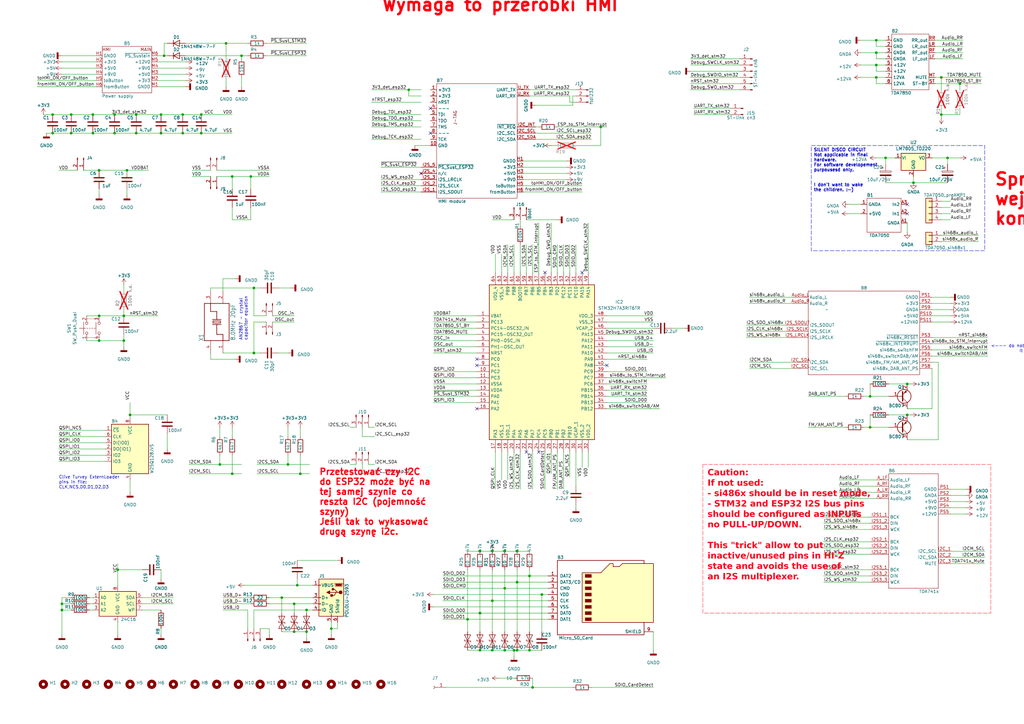
<source format=kicad_sch>
(kicad_sch (version 20230121) (generator eeschema)
  (paper "A3")
  (junction (at 135.89 257.81))
  (junction (at 201.93 266.7))
  (junction (at 53.34 170.18))
  (junction (at 372.11 157.48))
  (junction (at 210.82 266.7))
  (junction (at 46.99 46.99))
  (junction (at 66.04 54.61))
  (junction (at 21.59 46.99))
  (junction (at 359.41 16.51))
  (junction (at 25.4 250.19))
  (junction (at 46.99 54.61))
  (junction (at 104.14 144.78))
  (junction (at 50.8 129.54))
  (junction (at 40.64 129.54))
  (junction (at 388.62 64.77))
  (junction (at 212.09 238.76))
  (junction (at 212.09 226.06))
  (junction (at 167.64 36.83))
  (junction (at 125.73 259.08))
  (junction (at 118.11 190.5))
  (junction (at 386.08 31.75))
  (junction (at 359.41 21.59))
  (junction (at 55.88 46.99))
  (junction (at 207.01 241.3))
  (junction (at 67.31 22.86))
  (junction (at 115.57 245.11))
  (junction (at 95.25 72.39))
  (junction (at 386.08 46.99))
  (junction (at 99.06 22.86))
  (junction (at 38.1 46.99))
  (junction (at 356.87 162.56))
  (junction (at 222.25 243.84))
  (junction (at 201.93 226.06))
  (junction (at 374.65 74.93))
  (junction (at 38.1 54.61))
  (junction (at 196.85 226.06))
  (junction (at 125.73 250.19))
  (junction (at 196.85 266.7))
  (junction (at 191.77 254))
  (junction (at 50.8 139.7))
  (junction (at 123.19 194.31))
  (junction (at 82.55 54.61))
  (junction (at 121.92 240.03))
  (junction (at 55.88 54.61))
  (junction (at 104.14 118.11))
  (junction (at 363.22 64.77))
  (junction (at 207.01 266.7))
  (junction (at 82.55 46.99))
  (junction (at 40.64 139.7))
  (junction (at 74.93 54.61))
  (junction (at 40.64 69.85))
  (junction (at 66.04 46.99))
  (junction (at 48.26 233.68))
  (junction (at 372.11 170.18))
  (junction (at 212.09 266.7))
  (junction (at 102.87 72.39))
  (junction (at 95.25 194.31))
  (junction (at 201.93 246.38))
  (junction (at 217.17 236.22))
  (junction (at 218.44 281.94))
  (junction (at 21.59 54.61))
  (junction (at 196.85 251.46))
  (junction (at 246.38 52.07))
  (junction (at 74.93 46.99))
  (junction (at 120.65 247.65))
  (junction (at 90.17 190.5))
  (junction (at 393.7 34.29))
  (junction (at 359.41 31.75))
  (junction (at 29.21 54.61))
  (junction (at 92.71 17.78))
  (junction (at 356.87 175.26))
  (junction (at 207.01 226.06))
  (junction (at 217.17 266.7))
  (junction (at 25.4 247.65))
  (junction (at 29.21 46.99))
  (junction (at 359.41 26.67))
  (junction (at 120.65 259.08))
  (junction (at 52.07 69.85))
  (no_connect (at 220.98 185.42))
  (no_connect (at 215.9 185.42))
  (no_connect (at 172.72 71.12))
  (no_connect (at 223.52 111.76))
  (no_connect (at 195.58 147.32))
  (no_connect (at 248.92 149.86))
  (no_connect (at 176.53 54.61))
  (no_connect (at 195.58 149.86))
  (no_connect (at 238.76 111.76))
  (no_connect (at 195.58 167.64))
  (no_connect (at 372.11 87.63))
  (no_connect (at 176.53 44.45))
  (no_connect (at 372.11 83.82))
  (wire (pts (xy 76.2 22.86) (xy 99.06 22.86)))
  (wire (pts (xy 393.7 46.99) (xy 386.08 46.99)))
  (wire (pts (xy 359.41 34.29) (xy 359.41 31.75)))
  (wire (pts (xy 363.22 74.93) (xy 374.65 74.93)))
  (wire (pts (xy 24.13 186.69) (xy 43.18 186.69)))
  (wire (pts (xy 50.8 116.84) (xy 50.8 119.38)))
  (wire (pts (xy 181.61 236.22) (xy 217.17 236.22)))
  (wire (pts (xy 283.21 29.21) (xy 303.53 29.21)))
  (wire (pts (xy 359.41 19.05) (xy 359.41 16.51)))
  (wire (pts (xy 356.87 162.56) (xy 364.49 162.56)))
  (wire (pts (xy 91.44 119.38) (xy 91.44 114.3)))
  (wire (pts (xy 40.64 69.85) (xy 52.07 69.85)))
  (wire (pts (xy 25.4 250.19) (xy 25.4 260.35)))
  (wire (pts (xy 353.06 16.51) (xy 359.41 16.51)))
  (wire (pts (xy 58.42 247.65) (xy 71.12 247.65)))
  (wire (pts (xy 248.92 142.24) (xy 267.97 142.24)))
  (wire (pts (xy 29.21 245.11) (xy 25.4 245.11)))
  (wire (pts (xy 66.04 54.61) (xy 74.93 54.61)))
  (wire (pts (xy 337.82 217.17) (xy 356.87 217.17)))
  (wire (pts (xy 210.82 266.7) (xy 210.82 269.24)))
  (wire (pts (xy 393.7 34.29) (xy 393.7 36.83)))
  (wire (pts (xy 337.82 233.68) (xy 356.87 233.68)))
  (wire (pts (xy 95.25 90.17) (xy 102.87 90.17)))
  (wire (pts (xy 25.4 250.19) (xy 29.21 250.19)))
  (wire (pts (xy 15.24 33.02) (xy 39.37 33.02)))
  (wire (pts (xy 91.44 245.11) (xy 102.87 245.11)))
  (wire (pts (xy 388.62 64.77) (xy 393.7 64.77)))
  (wire (pts (xy 217.17 233.68) (xy 217.17 236.22)))
  (wire (pts (xy 151.13 190.5) (xy 153.67 190.5)))
  (wire (pts (xy 106.68 257.81) (xy 110.49 257.81)))
  (wire (pts (xy 95.25 175.26) (xy 95.25 179.07)))
  (wire (pts (xy 36.83 245.11) (xy 38.1 245.11)))
  (wire (pts (xy 359.41 21.59) (xy 363.22 21.59)))
  (wire (pts (xy 100.33 240.03) (xy 121.92 240.03)))
  (wire (pts (xy 53.34 196.85) (xy 53.34 201.93)))
  (wire (pts (xy 24.13 189.23) (xy 43.18 189.23)))
  (wire (pts (xy 118.11 175.26) (xy 118.11 179.07)))
  (wire (pts (xy 248.92 144.78) (xy 267.97 144.78)))
  (wire (pts (xy 401.32 99.06) (xy 386.08 99.06)))
  (wire (pts (xy 337.82 227.33) (xy 356.87 227.33)))
  (wire (pts (xy 248.92 137.16) (xy 267.97 137.16)))
  (wire (pts (xy 214.63 73.66) (xy 232.41 73.66)))
  (wire (pts (xy 393.7 44.45) (xy 393.7 46.99)))
  (wire (pts (xy 152.4 41.91) (xy 172.72 41.91)))
  (wire (pts (xy 356.87 175.26) (xy 364.49 175.26)))
  (wire (pts (xy 50.8 139.7) (xy 40.64 139.7)))
  (wire (pts (xy 364.49 157.48) (xy 372.11 157.48)))
  (wire (pts (xy 58.42 245.11) (xy 71.12 245.11)))
  (wire (pts (xy 181.61 241.3) (xy 207.01 241.3)))
  (wire (pts (xy 337.82 214.63) (xy 356.87 214.63)))
  (wire (pts (xy 217.17 266.7) (xy 212.09 266.7)))
  (wire (pts (xy 24.13 179.07) (xy 43.18 179.07)))
  (wire (pts (xy 74.93 54.61) (xy 82.55 54.61)))
  (wire (pts (xy 389.89 208.28) (xy 396.24 208.28)))
  (wire (pts (xy 246.38 52.07) (xy 248.92 52.07)))
  (wire (pts (xy 353.06 31.75) (xy 359.41 31.75)))
  (wire (pts (xy 205.74 185.42) (xy 205.74 196.85)))
  (wire (pts (xy 372.11 95.25) (xy 372.11 91.44)))
  (wire (pts (xy 383.54 19.05) (xy 394.97 19.05)))
  (wire (pts (xy 96.52 147.32) (xy 86.36 147.32)))
  (wire (pts (xy 50.8 137.16) (xy 50.8 139.7)))
  (wire (pts (xy 233.68 41.91) (xy 233.68 39.37)))
  (wire (pts (xy 156.21 78.74) (xy 172.72 78.74)))
  (wire (pts (xy 123.19 175.26) (xy 123.19 179.07)))
  (wire (pts (xy 148.59 194.31) (xy 153.67 194.31)))
  (wire (pts (xy 40.64 77.47) (xy 40.64 80.01)))
  (wire (pts (xy 172.72 39.37) (xy 167.64 39.37)))
  (wire (pts (xy 148.59 190.5) (xy 148.59 194.31)))
  (wire (pts (xy 384.81 148.59) (xy 382.27 148.59)))
  (wire (pts (xy 177.8 134.62) (xy 195.58 134.62)))
  (wire (pts (xy 58.42 250.19) (xy 66.04 250.19)))
  (wire (pts (xy 48.26 231.14) (xy 48.26 233.68)))
  (wire (pts (xy 152.4 57.15) (xy 172.72 57.15)))
  (wire (pts (xy 389.89 226.06) (xy 403.86 226.06)))
  (wire (pts (xy 82.55 54.61) (xy 95.25 54.61)))
  (wire (pts (xy 363.22 29.21) (xy 359.41 29.21)))
  (wire (pts (xy 120.65 247.65) (xy 120.65 251.46)))
  (wire (pts (xy 231.14 185.42) (xy 231.14 200.66)))
  (wire (pts (xy 208.28 100.33) (xy 208.28 111.76)))
  (wire (pts (xy 218.44 185.42) (xy 218.44 200.66)))
  (wire (pts (xy 104.14 250.19) (xy 104.14 257.81)))
  (wire (pts (xy 372.11 180.34) (xy 384.81 180.34)))
  (wire (pts (xy 217.17 36.83) (xy 236.22 36.83)))
  (wire (pts (xy 213.36 185.42) (xy 213.36 200.66)))
  (wire (pts (xy 25.4 247.65) (xy 25.4 250.19)))
  (wire (pts (xy 213.36 90.17) (xy 213.36 92.71)))
  (wire (pts (xy 64.77 33.02) (xy 76.2 33.02)))
  (wire (pts (xy 346.71 175.26) (xy 331.47 175.26)))
  (wire (pts (xy 212.09 266.7) (xy 210.82 266.7)))
  (wire (pts (xy 214.63 71.12) (xy 232.41 71.12)))
  (wire (pts (xy 90.17 186.69) (xy 90.17 190.5)))
  (wire (pts (xy 110.49 245.11) (xy 115.57 245.11)))
  (wire (pts (xy 306.07 138.43) (xy 322.58 138.43)))
  (wire (pts (xy 104.14 129.54) (xy 109.22 129.54)))
  (wire (pts (xy 24.13 69.85) (xy 31.75 69.85)))
  (wire (pts (xy 104.14 118.11) (xy 104.14 129.54)))
  (wire (pts (xy 148.59 179.07) (xy 153.67 179.07)))
  (wire (pts (xy 68.58 17.78) (xy 67.31 17.78)))
  (wire (pts (xy 66.04 233.68) (xy 66.04 237.49)))
  (wire (pts (xy 207.01 241.3) (xy 224.79 241.3)))
  (wire (pts (xy 203.2 104.14) (xy 203.2 111.76)))
  (wire (pts (xy 114.3 144.78) (xy 118.11 144.78)))
  (wire (pts (xy 48.26 233.68) (xy 58.42 233.68)))
  (wire (pts (xy 382.27 151.13) (xy 382.27 167.64)))
  (wire (pts (xy 66.04 46.99) (xy 74.93 46.99)))
  (wire (pts (xy 35.56 129.54) (xy 40.64 129.54)))
  (wire (pts (xy 389.89 231.14) (xy 403.86 231.14)))
  (wire (pts (xy 167.64 39.37) (xy 167.64 36.83)))
  (wire (pts (xy 219.71 57.15) (xy 242.57 57.15)))
  (wire (pts (xy 191.77 254) (xy 191.77 259.08)))
  (wire (pts (xy 109.22 17.78) (xy 125.73 17.78)))
  (wire (pts (xy 121.92 237.49) (xy 121.92 240.03)))
  (wire (pts (xy 248.92 152.4) (xy 265.43 152.4)))
  (wire (pts (xy 91.44 144.78) (xy 104.14 144.78)))
  (wire (pts (xy 167.64 36.83) (xy 172.72 36.83)))
  (wire (pts (xy 307.34 124.46) (xy 325.12 124.46)))
  (wire (pts (xy 234.95 39.37) (xy 234.95 43.18)))
  (wire (pts (xy 337.82 238.76) (xy 356.87 238.76)))
  (wire (pts (xy 218.44 281.94) (xy 234.95 281.94)))
  (wire (pts (xy 182.88 281.94) (xy 218.44 281.94)))
  (wire (pts (xy 236.22 100.33) (xy 236.22 111.76)))
  (wire (pts (xy 110.49 257.81) (xy 110.49 260.35)))
  (wire (pts (xy 307.34 148.59) (xy 325.12 148.59)))
  (wire (pts (xy 196.85 266.7) (xy 201.93 266.7)))
  (wire (pts (xy 74.93 46.99) (xy 82.55 46.99)))
  (wire (pts (xy 151.13 175.26) (xy 153.67 175.26)))
  (wire (pts (xy 46.99 54.61) (xy 55.88 54.61)))
  (wire (pts (xy 196.85 233.68) (xy 196.85 251.46)))
  (wire (pts (xy 212.09 233.68) (xy 212.09 238.76)))
  (wire (pts (xy 177.8 142.24) (xy 195.58 142.24)))
  (wire (pts (xy 283.21 36.83) (xy 303.53 36.83)))
  (wire (pts (xy 325.12 121.92) (xy 307.34 121.92)))
  (wire (pts (xy 228.6 185.42) (xy 228.6 200.66)))
  (wire (pts (xy 177.8 152.4) (xy 195.58 152.4)))
  (wire (pts (xy 99.06 22.86) (xy 101.6 22.86)))
  (wire (pts (xy 383.54 34.29) (xy 393.7 34.29)))
  (wire (pts (xy 248.92 165.1) (xy 265.43 165.1)))
  (wire (pts (xy 214.63 66.04) (xy 232.41 66.04)))
  (wire (pts (xy 170.18 59.69) (xy 176.53 59.69)))
  (wire (pts (xy 228.6 100.33) (xy 228.6 111.76)))
  (wire (pts (xy 248.92 154.94) (xy 273.05 154.94)))
  (wire (pts (xy 25.4 245.11) (xy 25.4 247.65)))
  (wire (pts (xy 77.47 190.5) (xy 90.17 190.5)))
  (wire (pts (xy 354.33 175.26) (xy 356.87 175.26)))
  (wire (pts (xy 217.17 39.37) (xy 233.68 39.37)))
  (wire (pts (xy 382.27 127) (xy 389.89 127)))
  (wire (pts (xy 120.65 259.08) (xy 125.73 259.08)))
  (wire (pts (xy 388.62 64.77) (xy 388.62 67.31)))
  (wire (pts (xy 382.27 143.51) (xy 405.13 143.51)))
  (wire (pts (xy 123.19 194.31) (xy 127 194.31)))
  (wire (pts (xy 218.44 100.33) (xy 218.44 111.76)))
  (wire (pts (xy 284.48 44.45) (xy 299.72 44.45)))
  (wire (pts (xy 111.76 132.08) (xy 120.65 132.08)))
  (wire (pts (xy 78.74 72.39) (xy 86.36 72.39)))
  (wire (pts (xy 77.47 194.31) (xy 95.25 194.31)))
  (wire (pts (xy 48.26 255.27) (xy 48.26 260.35)))
  (wire (pts (xy 353.06 21.59) (xy 359.41 21.59)))
  (wire (pts (xy 101.6 250.19) (xy 101.6 257.81)))
  (wire (pts (xy 34.29 69.85) (xy 40.64 69.85)))
  (wire (pts (xy 207.01 241.3) (xy 207.01 259.08)))
  (wire (pts (xy 359.41 31.75) (xy 363.22 31.75)))
  (wire (pts (xy 354.33 162.56) (xy 356.87 162.56)))
  (wire (pts (xy 138.43 255.27) (xy 138.43 257.81)))
  (wire (pts (xy 135.89 257.81) (xy 135.89 260.35)))
  (wire (pts (xy 201.93 226.06) (xy 207.01 226.06)))
  (wire (pts (xy 99.06 24.13) (xy 99.06 22.86)))
  (wire (pts (xy 359.41 29.21) (xy 359.41 26.67)))
  (wire (pts (xy 119.38 118.11) (xy 114.3 118.11)))
  (wire (pts (xy 234.95 43.18) (xy 219.71 43.18)))
  (wire (pts (xy 207.01 266.7) (xy 210.82 266.7)))
  (wire (pts (xy 115.57 245.11) (xy 115.57 251.46)))
  (wire (pts (xy 191.77 233.68) (xy 191.77 254)))
  (wire (pts (xy 29.21 46.99) (xy 38.1 46.99)))
  (wire (pts (xy 359.41 16.51) (xy 363.22 16.51)))
  (wire (pts (xy 177.8 154.94) (xy 195.58 154.94)))
  (wire (pts (xy 359.41 24.13) (xy 359.41 21.59)))
  (wire (pts (xy 337.82 222.25) (xy 356.87 222.25)))
  (wire (pts (xy 383.54 31.75) (xy 386.08 31.75)))
  (wire (pts (xy 363.22 64.77) (xy 367.03 64.77)))
  (wire (pts (xy 242.57 281.94) (xy 267.97 281.94)))
  (wire (pts (xy 55.88 54.61) (xy 66.04 54.61)))
  (wire (pts (xy 248.92 132.08) (xy 267.97 132.08)))
  (wire (pts (xy 53.34 165.1) (xy 53.34 170.18)))
  (wire (pts (xy 78.74 69.85) (xy 86.36 69.85)))
  (wire (pts (xy 118.11 190.5) (xy 127 190.5)))
  (wire (pts (xy 214.63 68.58) (xy 232.41 68.58)))
  (wire (pts (xy 382.27 64.77) (xy 388.62 64.77)))
  (wire (pts (xy 226.06 91.44) (xy 226.06 111.76)))
  (wire (pts (xy 382.27 124.46) (xy 389.89 124.46)))
  (wire (pts (xy 386.08 46.99) (xy 386.08 48.26)))
  (wire (pts (xy 24.13 181.61) (xy 43.18 181.61)))
  (wire (pts (xy 177.8 248.92) (xy 224.79 248.92)))
  (wire (pts (xy 104.14 132.08) (xy 109.22 132.08)))
  (wire (pts (xy 86.36 118.11) (xy 104.14 118.11)))
  (wire (pts (xy 67.31 22.86) (xy 68.58 22.86)))
  (wire (pts (xy 21.59 54.61) (xy 29.21 54.61)))
  (wire (pts (xy 386.08 44.45) (xy 386.08 46.99)))
  (wire (pts (xy 104.14 144.78) (xy 106.68 144.78)))
  (wire (pts (xy 212.09 226.06) (xy 217.17 226.06)))
  (wire (pts (xy 306.07 135.89) (xy 322.58 135.89)))
  (wire (pts (xy 156.21 76.2) (xy 172.72 76.2)))
  (wire (pts (xy 177.8 137.16) (xy 195.58 137.16)))
  (wire (pts (xy 109.22 22.86) (xy 125.73 22.86)))
  (wire (pts (xy 138.43 257.81) (xy 135.89 257.81)))
  (wire (pts (xy 92.71 17.78) (xy 101.6 17.78)))
  (wire (pts (xy 143.51 175.26) (xy 146.05 175.26)))
  (wire (pts (xy 64.77 30.48) (xy 76.2 30.48)))
  (wire (pts (xy 86.36 147.32) (xy 86.36 144.78)))
  (wire (pts (xy 215.9 100.33) (xy 215.9 111.76)))
  (wire (pts (xy 90.17 175.26) (xy 90.17 179.07)))
  (wire (pts (xy 181.61 246.38) (xy 201.93 246.38)))
  (wire (pts (xy 228.6 52.07) (xy 246.38 52.07)))
  (wire (pts (xy 374.65 74.93) (xy 388.62 74.93)))
  (wire (pts (xy 205.74 104.14) (xy 205.74 111.76)))
  (wire (pts (xy 152.4 49.53) (xy 172.72 49.53)))
  (wire (pts (xy 104.14 118.11) (xy 106.68 118.11)))
  (wire (pts (xy 223.52 185.42) (xy 223.52 200.66)))
  (wire (pts (xy 95.25 85.09) (xy 95.25 90.17)))
  (wire (pts (xy 115.57 259.08) (xy 120.65 259.08)))
  (wire (pts (xy 219.71 52.07) (xy 220.98 52.07)))
  (wire (pts (xy 222.25 243.84) (xy 222.25 259.08)))
  (wire (pts (xy 226.06 59.69) (xy 228.6 59.69)))
  (wire (pts (xy 389.89 228.6) (xy 403.86 228.6)))
  (wire (pts (xy 248.92 139.7) (xy 267.97 139.7)))
  (wire (pts (xy 382.27 140.97) (xy 405.13 140.97)))
  (wire (pts (xy 64.77 25.4) (xy 76.2 25.4)))
  (wire (pts (xy 382.27 121.92) (xy 389.89 121.92)))
  (wire (pts (xy 50.8 142.24) (xy 50.8 139.7)))
  (wire (pts (xy 236.22 208.28) (xy 236.22 207.01)))
  (wire (pts (xy 201.93 246.38) (xy 201.93 259.08)))
  (wire (pts (xy 25.4 22.86) (xy 39.37 22.86)))
  (wire (pts (xy 177.8 160.02) (xy 195.58 160.02)))
  (wire (pts (xy 68.58 177.8) (xy 68.58 184.15)))
  (wire (pts (xy 374.65 72.39) (xy 374.65 74.93)))
  (wire (pts (xy 120.65 247.65) (xy 128.27 247.65)))
  (wire (pts (xy 152.4 36.83) (xy 167.64 36.83)))
  (wire (pts (xy 91.44 247.65) (xy 102.87 247.65)))
  (wire (pts (xy 55.88 46.99) (xy 66.04 46.99)))
  (wire (pts (xy 393.7 34.29) (xy 402.59 34.29)))
  (wire (pts (xy 66.04 257.81) (xy 66.04 260.35)))
  (wire (pts (xy 219.71 54.61) (xy 242.57 54.61)))
  (wire (pts (xy 389.89 82.55) (xy 386.08 82.55)))
  (wire (pts (xy 353.06 87.63) (xy 347.98 87.63)))
  (wire (pts (xy 231.14 100.33) (xy 231.14 111.76)))
  (wire (pts (xy 196.85 251.46) (xy 224.79 251.46)))
  (wire (pts (xy 283.21 34.29) (xy 303.53 34.29)))
  (wire (pts (xy 95.25 186.69) (xy 95.25 194.31)))
  (wire (pts (xy 156.21 68.58) (xy 172.72 68.58)))
  (wire (pts (xy 181.61 254) (xy 191.77 254)))
  (wire (pts (xy 389.89 85.09) (xy 386.08 85.09)))
  (wire (pts (xy 248.92 157.48) (xy 265.43 157.48)))
  (wire (pts (xy 91.44 114.3) (xy 96.52 114.3)))
  (wire (pts (xy 52.07 69.85) (xy 60.96 69.85)))
  (wire (pts (xy 25.4 27.94) (xy 39.37 27.94)))
  (wire (pts (xy 382.27 129.54) (xy 389.89 129.54)))
  (wire (pts (xy 353.06 26.67) (xy 359.41 26.67)))
  (wire (pts (xy 48.26 233.68) (xy 48.26 240.03)))
  (wire (pts (xy 90.17 190.5) (xy 99.06 190.5)))
  (wire (pts (xy 67.31 22.86) (xy 64.77 22.86)))
  (wire (pts (xy 346.71 162.56) (xy 331.47 162.56)))
  (wire (pts (xy 383.54 24.13) (xy 394.97 24.13)))
  (wire (pts (xy 143.51 190.5) (xy 146.05 190.5)))
  (wire (pts (xy 102.87 85.09) (xy 102.87 90.17)))
  (wire (pts (xy 363.22 24.13) (xy 359.41 24.13)))
  (wire (pts (xy 53.34 170.18) (xy 68.58 170.18)))
  (wire (pts (xy 217.17 236.22) (xy 224.79 236.22)))
  (wire (pts (xy 177.8 139.7) (xy 195.58 139.7)))
  (wire (pts (xy 92.71 31.75) (xy 92.71 35.56)))
  (wire (pts (xy 177.8 129.54) (xy 195.58 129.54)))
  (wire (pts (xy 25.4 247.65) (xy 29.21 247.65)))
  (wire (pts (xy 76.2 17.78) (xy 92.71 17.78)))
  (wire (pts (xy 389.89 203.2) (xy 396.24 203.2)))
  (wire (pts (xy 384.81 180.34) (xy 384.81 148.59)))
  (wire (pts (xy 283.21 31.75) (xy 303.53 31.75)))
  (wire (pts (xy 248.92 160.02) (xy 265.43 160.02)))
  (wire (pts (xy 218.44 278.13) (xy 218.44 281.94)))
  (wire (pts (xy 389.89 200.66) (xy 396.24 200.66)))
  (wire (pts (xy 344.17 196.85) (xy 359.41 196.85)))
  (wire (pts (xy 236.22 185.42) (xy 236.22 199.39)))
  (wire (pts (xy 248.92 129.54) (xy 267.97 129.54)))
  (wire (pts (xy 24.13 176.53) (xy 43.18 176.53)))
  (wire (pts (xy 36.83 250.19) (xy 38.1 250.19)))
  (wire (pts (xy 389.89 210.82) (xy 396.24 210.82)))
  (wire (pts (xy 283.21 24.13) (xy 303.53 24.13)))
  (wire (pts (xy 191.77 226.06) (xy 196.85 226.06)))
  (wire (pts (xy 121.92 229.87) (xy 138.43 229.87)))
  (wire (pts (xy 148.59 175.26) (xy 148.59 179.07)))
  (wire (pts (xy 50.8 129.54) (xy 64.77 129.54)))
  (wire (pts (xy 177.8 157.48) (xy 195.58 157.48)))
  (wire (pts (xy 201.93 90.17) (xy 210.82 90.17)))
  (wire (pts (xy 359.41 26.67) (xy 363.22 26.67)))
  (wire (pts (xy 363.22 19.05) (xy 359.41 19.05)))
  (wire (pts (xy 95.25 194.31) (xy 99.06 194.31)))
  (wire (pts (xy 344.17 199.39) (xy 359.41 199.39)))
  (wire (pts (xy 382.27 138.43) (xy 405.13 138.43)))
  (wire (pts (xy 382.27 146.05) (xy 405.13 146.05)))
  (wire (pts (xy 210.82 185.42) (xy 210.82 200.66)))
  (wire (pts (xy 210.82 100.33) (xy 210.82 111.76)))
  (wire (pts (xy 220.98 91.44) (xy 220.98 111.76)))
  (wire (pts (xy 92.71 17.78) (xy 92.71 24.13)))
  (wire (pts (xy 35.56 139.7) (xy 40.64 139.7)))
  (wire (pts (xy 91.44 250.19) (xy 101.6 250.19)))
  (wire (pts (xy 95.25 72.39) (xy 95.25 77.47)))
  (wire (pts (xy 88.9 72.39) (xy 95.25 72.39)))
  (wire (pts (xy 177.8 165.1) (xy 195.58 165.1)))
  (wire (pts (xy 363.22 34.29) (xy 359.41 34.29)))
  (wire (pts (xy 246.38 52.07) (xy 246.38 59.69)))
  (wire (pts (xy 372.11 170.18) (xy 373.38 170.18)))
  (wire (pts (xy 102.87 72.39) (xy 110.49 72.39)))
  (wire (pts (xy 382.27 167.64) (xy 372.11 167.64)))
  (wire (pts (xy 24.13 184.15) (xy 43.18 184.15)))
  (wire (pts (xy 50.8 127) (xy 50.8 129.54)))
  (wire (pts (xy 156.21 73.66) (xy 172.72 73.66)))
  (wire (pts (xy 337.82 236.22) (xy 356.87 236.22)))
  (wire (pts (xy 40.64 129.54) (xy 50.8 129.54)))
  (wire (pts (xy 19.05 54.61) (xy 21.59 54.61)))
  (wire (pts (xy 207.01 233.68) (xy 207.01 241.3)))
  (wire (pts (xy 177.8 144.78) (xy 195.58 144.78)))
  (wire (pts (xy 212.09 238.76) (xy 212.09 259.08)))
  (wire (pts (xy 201.93 246.38) (xy 224.79 246.38)))
  (wire (pts (xy 196.85 251.46) (xy 196.85 259.08)))
  (wire (pts (xy 29.21 54.61) (xy 38.1 54.61)))
  (wire (pts (xy 111.76 129.54) (xy 120.65 129.54)))
  (wire (pts (xy 275.59 134.62) (xy 280.67 134.62)))
  (wire (pts (xy 67.31 17.78) (xy 67.31 22.86)))
  (wire (pts (xy 99.06 31.75) (xy 99.06 35.56)))
  (wire (pts (xy 382.27 132.08) (xy 389.89 132.08)))
  (wire (pts (xy 196.85 226.06) (xy 201.93 226.06)))
  (wire (pts (xy 248.92 167.64) (xy 270.51 167.64)))
  (wire (pts (xy 284.48 46.99) (xy 299.72 46.99)))
  (wire (pts (xy 64.77 35.56) (xy 76.2 35.56)))
  (wire (pts (xy 25.4 25.4) (xy 39.37 25.4)))
  (wire (pts (xy 135.89 255.27) (xy 135.89 257.81)))
  (wire (pts (xy 191.77 266.7) (xy 196.85 266.7)))
  (wire (pts (xy 248.92 162.56) (xy 265.43 162.56)))
  (wire (pts (xy 46.99 46.99) (xy 55.88 46.99)))
  (wire (pts (xy 64.77 27.94) (xy 76.2 27.94)))
  (wire (pts (xy 217.17 236.22) (xy 217.17 259.08)))
  (wire (pts (xy 238.76 185.42) (xy 238.76 191.77)))
  (wire (pts (xy 125.73 259.08) (xy 125.73 261.62)))
  (wire (pts (xy 118.11 186.69) (xy 118.11 190.5)))
  (wire (pts (xy 401.32 96.52) (xy 386.08 96.52)))
  (wire (pts (xy 383.54 21.59) (xy 394.97 21.59)))
  (wire (pts (xy 389.89 90.17) (xy 386.08 90.17)))
  (wire (pts (xy 236.22 59.69) (xy 246.38 59.69)))
  (wire (pts (xy 389.89 87.63) (xy 386.08 87.63)))
  (wire (pts (xy 344.17 201.93) (xy 359.41 201.93)))
  (wire (pts (xy 53.34 170.18) (xy 53.34 171.45)))
  (wire (pts (xy 233.68 185.42) (xy 233.68 195.58)))
  (wire (pts (xy 236.22 41.91) (xy 233.68 41.91)))
  (wire (pts (xy 347.98 83.82) (xy 353.06 83.82)))
  (wire (pts (xy 208.28 185.42) (xy 208.28 196.85)))
  (wire (pts (xy 38.1 54.61) (xy 46.99 54.61)))
  (wire (pts (xy 181.61 251.46) (xy 196.85 251.46)))
  (wire (pts (xy 344.17 204.47) (xy 359.41 204.47)))
  (wire (pts (xy 181.61 238.76) (xy 212.09 238.76)))
  (wire (pts (xy 204.47 278.13) (xy 210.82 278.13)))
  (wire (pts (xy 191.77 254) (xy 224.79 254)))
  (wire (pts (xy 177.8 162.56) (xy 195.58 162.56)))
  (wire (pts (xy 15.24 35.56) (xy 39.37 35.56)))
  (wire (pts (xy 307.34 151.13) (xy 325.12 151.13)))
  (wire (pts (xy 337.82 224.79) (xy 356.87 224.79)))
  (wire (pts (xy 86.36 119.38) (xy 86.36 118.11)))
  (wire (pts (xy 233.68 100.33) (xy 233.68 111.76)))
  (wire (pts (xy 123.19 186.69) (xy 123.19 194.31)))
  (wire (pts (xy 128.27 250.19) (xy 125.73 250.19)))
  (wire (pts (xy 212.09 238.76) (xy 224.79 238.76)))
  (wire (pts (xy 52.07 77.47) (xy 52.07 80.01)))
  (wire (pts (xy 356.87 170.18) (xy 356.87 175.26)))
  (wire (pts (xy 356.87 157.48) (xy 356.87 162.56)))
  (wire (pts (xy 207.01 226.06) (xy 212.09 226.06)))
  (wire (pts (xy 121.92 240.03) (xy 128.27 240.03)))
  (wire (pts (xy 217.17 266.7) (xy 222.25 266.7)))
  (wire (pts (xy 386.08 31.75) (xy 402.59 31.75)))
  (wire (pts (xy 241.3 185.42) (xy 241.3 191.77)))
  (wire (pts (xy 215.9 90.17) (xy 228.6 90.17)))
  (wire (pts (xy 283.21 26.67) (xy 303.53 26.67)))
  (wire (pts (xy 177.8 243.84) (xy 222.25 243.84)))
  (wire (pts (xy 177.8 132.08) (xy 195.58 132.08)))
  (wire (pts (xy 226.06 185.42) (xy 226.06 194.31)))
  (wire (pts (xy 241.3 91.44) (xy 241.3 111.76)))
  (wire (pts (xy 104.14 144.78) (xy 104.14 132.08)))
  (wire (pts (xy 337.82 212.09) (xy 356.87 212.09)))
  (wire (pts (xy 222.25 243.84) (xy 224.79 243.84)))
  (wire (pts (xy 201.93 266.7) (xy 207.01 266.7)))
  (wire (pts (xy 214.63 76.2) (xy 238.76 76.2)))
  (wire (pts (xy 267.97 259.08) (xy 267.97 266.7)))
  (wire (pts (xy 95.25 72.39) (xy 102.87 72.39)))
  (wire (pts (xy 248.92 134.62) (xy 267.97 134.62)))
  (wire (pts (xy 383.54 16.51) (xy 394.97 16.51)))
  (wire (pts (xy 386.08 31.75) (xy 386.08 36.83)))
  (wire (pts (xy 102.87 72.39) (xy 102.87 77.47)))
  (wire (pts (xy 248.92 147.32) (xy 265.43 147.32)))
  (wire (pts (xy 152.4 46.99) (xy 172.72 46.99)))
  (wire (pts (xy 88.9 69.85) (xy 110.49 69.85)))
  (wire (pts (xy 25.4 30.48) (xy 39.37 30.48)))
  (wire (pts (xy 363.22 64.77) (xy 363.22 67.31)))
  (wire (pts (xy 203.2 185.42) (xy 203.2 200.66)))
  (wire (pts (xy 17.78 46.99) (xy 21.59 46.99)))
  (wire (pts (xy 236.22 39.37) (xy 234.95 39.37)))
  (wire (pts (xy 36.83 247.65) (xy 38.1 247.65)))
  (wire (pts (xy 110.49 247.65) (xy 120.65 247.65)))
  (wire (pts (xy 21.59 46.99) (xy 29.21 46.99)))
  (wire (pts (xy 82.55 46.99) (xy 95.25 46.99)))
  (wire (pts (xy 213.36 100.33) (xy 213.36 111.76)))
  (wire (pts (xy 306.07 133.35) (xy 322.58 133.35)))
  (wire (pts (xy 38.1 46.99) (xy 46.99 46.99)))
  (wire (pts (xy 125.73 250.19) (xy 104.14 250.19)))
  (wire (pts (xy 105.41 194.31) (xy 123.19 194.31)))
  (wire (pts (xy 152.4 52.07) (xy 172.72 52.07)))
  (wire (pts (xy 364.49 170.18) (xy 372.11 170.18)))
  (wire (pts (xy 214.63 78.74) (xy 238.76 78.74)))
  (wire (pts (xy 359.41 64.77) (xy 363.22 64.77)))
  (wire (pts (xy 372.11 157.48) (xy 373.38 157.48)))
  (wire (pts (xy 115.57 245.11) (xy 128.27 245.11)))
  (wire (pts (xy 201.93 233.68) (xy 201.93 246.38)))
  (wire (pts (xy 125.73 250.19) (xy 125.73 251.46)))
  (wire (pts (xy 389.89 205.74) (xy 396.24 205.74)))
  (wire (pts (xy 105.41 190.5) (xy 118.11 190.5)))
  (text_box "SILENT DISCO CIRCUIT\nNot applicable in final\nhardware.\nFor software developement\npurpousesd only.\n\n\nI don't want to wake\nthe children. :-)" (at 332.74 59.69 0) (size 71.12 43.18) (stroke (width 0) (type dash)) (effects (font (size 1.27 1.27) bold) (justify left top)))
  (text_box "Caution:\nIf not used:\n- si486x should be in reset mode,\n- STM32 and ESP32 I2S bus pins\nshould be configured as INPUTs\nno PULL-UP/DOWN.\n\nThis \"trick\" allow to put\ninactive/unused pins in HI-Z\nstate and avoids the use of\nan I2S multiplexer." (at 288.29 190.5 0) (size 118.11 60.96) (stroke (width 0) (type dash) (color 255 15 34 1)) (effects (font (size 2.54 2.54) (thickness 0.508) bold) (justify left top)))
  (text "Sprawdzić czy na\nwejściu są\nkondensatory" (at 407.67 92.71 0) (effects (font (size 5 5) bold) (justify left bottom)))
  (text "Przetestować czy I2C\ndo ESP32 może być na\ntej samej szynie co\nreszta I2C (pojemność\nszyny)\nJeśli tak to wykasować\ndrugą szynę i2c." (at 130.81 219.71 0) (effects (font (size 2.54 2.54) bold) (justify left bottom)))
  (text "Clive Turvey ExternLoader\npins in file:\nCLK,NCS,D0,D1,D2,D3" (at 24.13 200.66 0) (effects (font (size 1.27 1.27)) (justify left bottom)))
  (text "\n" (at 294.64 241.3 0) (effects (font (size 2.54 2.54)) (justify left bottom)))
  (text "<--- do not exist in RF switch.\n            It is used only if relay switch is populated." (at 406.4 144.78 0) (effects (font (size 1.27 1.27)) (justify left bottom)))
  (text "Check if in fast HW version 5VA0\n(power supply for DAB+ ant)\ncan be eliminated???" (at 420.37 173.99 0) (effects (font (size 5 5) bold) (justify left bottom)))
  (text "AN2867 - crystal\ncapacitor equation" (at 101.6 139.7 90) (effects (font (size 1.27 1.27)) (justify left bottom)))
  (text "ZAKUPY:\n1 szt - STM32F446RET6 - ?? sprawdzić peryferia\n1 szt - POLOLU-2593\n1 szt - radiator\n1 szt - termopad" (at -71.12 6.35 0) (effects (font (size 1.27 1.27)) (justify left bottom)))
  (text "Docelowo do +9V0 powinien\nbyć podłączony pin\n~{PS_Sust_ESP32}\nWymaga to przeróbki HMI" (at 156.21 5.08 0) (effects (font (size 5 5) bold) (justify left bottom)))
  (label "Audio_LR" (at 389.89 85.09 0))
  (label "Audio_LF" (at 344.17 196.85 0))
  (label "si468x_to_STM_interrupt" (at 273.05 154.94 180))
  (label "VDD" (at 78.74 72.39 0))
  (label "I2CM_SCL" (at 307.34 151.13 0))
  (label "I2CM_SCL" (at 210.82 100.33 270))
  (label "SDIO_CardDetect" (at 267.97 281.94 180))
  (label "Audio_RF" (at 394.97 21.59 180))
  (label "I2S_CLK_esp32" (at 156.21 76.2 0))
  (label "UART_RX_esp32" (at 233.68 39.37 180))
  (label "USB_D-" (at 91.44 247.65 0))
  (label "SDIO_D03" (at 181.61 238.76 0))
  (label "DAB_ANT_PS" (at 231.14 200.66 90))
  (label "I2S_CLK_stm32" (at 337.82 233.68 0))
  (label "FM{slash}AM_ANT_PS" (at 228.6 200.66 90))
  (label "I2S_WS_si468x" (at 337.82 217.17 0))
  (label "ESP_to_STM_interrupt" (at 220.98 91.44 270))
  (label "USB_ID" (at 267.97 144.78 180))
  (label "TDA7850_ST_BY" (at 402.59 34.29 180))
  (label "SDIO_CMD" (at 181.61 241.3 0))
  (label "si468x_to_STM_interrupt" (at 405.13 140.97 180))
  (label "USB_D-" (at 267.97 142.24 180))
  (label "VDDA" (at 110.49 72.39 180))
  (label "VDDA" (at 177.8 160.02 0))
  (label "Debug_SWDIO_stm32" (at 267.97 137.16 180))
  (label "I2S_WS_si468x" (at 306.07 138.43 0))
  (label "VSSA" (at 101.6 90.17 180))
  (label "I2CM_SDA" (at 208.28 100.33 270))
  (label "SDIO_CardDetect" (at 223.52 200.66 90))
  (label "si468x_switchFM" (at 405.13 143.51 180))
  (label "I2S_CLK_esp32" (at 337.82 222.25 0))
  (label "Debug_TDO_esp32" (at 152.4 49.53 0))
  (label "nRST_stm32" (at 177.8 144.78 0))
  (label "OSC_in" (at 177.8 139.7 0))
  (label "SDIO_D02" (at 236.22 100.33 270))
  (label "I2CS_SDA" (at 105.41 190.5 0))
  (label "Debug_TMS_esp32" (at 152.4 52.07 0))
  (label "Debug_SWO_stm32" (at 226.06 91.44 270))
  (label "TDA7850_MUTE" (at 177.8 137.16 0))
  (label "Audio_LF" (at 389.89 90.17 0))
  (label "SDIO_D00" (at 181.61 251.46 0))
  (label "I2CS_SCL" (at 105.41 194.31 0))
  (label "USB_D+" (at 267.97 139.7 180))
  (label "VDDBAT" (at 60.96 69.85 180))
  (label "I2CM_SDA" (at 77.47 190.5 0))
  (label "~{PS_Sust_ESP32}" (at 125.73 22.86 180))
  (label "VDD" (at 95.25 46.99 180))
  (label "OSC_out" (at 120.65 132.08 180))
  (label "UART_RX_stm32" (at 284.48 46.99 0))
  (label "3V3_det_esp32" (at 152.4 36.83 0))
  (label "si468x_switchDAB{slash}AM" (at 405.13 146.05 180))
  (label "nTRST_esp32" (at 152.4 41.91 0))
  (label "TDA741x_Mute" (at 403.86 231.14 180))
  (label "I2CS_SDA" (at 143.51 190.5 180))
  (label "SDIO_D00" (at 265.43 165.1 180))
  (label "I2S_WS_stm32" (at 337.82 238.76 0))
  (label "~{PS_Sust_ESP32}" (at 156.21 68.58 0))
  (label "USB_ID" (at 91.44 250.19 0))
  (label "SDIO_D01" (at 181.61 254 0))
  (label "Audio_LF" (at 394.97 24.13 180))
  (label "TDA7850_ST_BY" (at 177.8 134.62 0))
  (label "I2S_SDO_esp32" (at 156.21 78.74 0))
  (label "si468x_switchFM" (at 265.43 157.48 180))
  (label "nRST_si468x" (at 405.13 138.43 180))
  (label "Audio_RR" (at 394.97 16.51 180))
  (label "Audio_RR" (at 344.17 204.47 0))
  (label "SDIO_D02" (at 181.61 236.22 0))
  (label "SDIO_D03" (at 233.68 100.33 270))
  (label "si468x_audio_R" (at 401.32 99.06 180))
  (label "VSS" (at 205.74 196.85 270))
  (label "USB_D+" (at 91.44 245.11 0))
  (label "I2S_SDO_esp32" (at 337.82 224.79 0))
  (label "I2C_SDA_esp32" (at 242.57 57.15 180))
  (label "I2C_SCL_esp32" (at 242.57 54.61 180))
  (label "QSPI_CLK" (at 24.13 179.07 0))
  (label "I2S_WS_esp32" (at 156.21 73.66 0))
  (label "I2S_CLK_si468x" (at 337.82 212.09 0))
  (label "OSC_out" (at 177.8 142.24 0))
  (label "Audio_RF" (at 389.89 87.63 0))
  (label "fromHMI_ON{slash}OFF_button" (at 15.24 35.56 0))
  (label "I2CM_SCL" (at 71.12 247.65 180))
  (label "nRST_stm32" (at 64.77 129.54 180))
  (label "VDD" (at 24.13 69.85 0))
  (label "QSPI_NCS" (at 24.13 176.53 0))
  (label "I2CS_SCL" (at 143.51 175.26 180))
  (label "VSSA" (at 110.49 69.85 180))
  (label "SDIO_CLK" (at 231.14 100.33 270))
  (label "Debug_TCK_esp32" (at 152.4 57.15 0))
  (label "SDIO_CMD" (at 228.6 100.33 270))
  (label "VDD" (at 208.28 196.85 270))
  (label "QSPI_IO3" (at 177.8 165.1 0))
  (label "VDD" (at 267.97 129.54 180))
  (label "QSPI_CLK" (at 203.2 200.66 90))
  (label "I2CM_SCL" (at 77.47 194.31 0))
  (label "QSPI_IO1" (at 226.06 194.31 90))
  (label "I2CM_SCL" (at 153.67 175.26 0))
  (label " VCC" (at 48.26 231.14 270))
  (label "I2CM_SDA" (at 71.12 245.11 180))
  (label "VSS" (at 95.25 54.61 180))
  (label "TDA741x_Mute" (at 177.8 132.08 0))
  (label "si468x_audio_L" (at 401.32 96.52 180))
  (label "I2S_SDO_si468x" (at 337.82 214.63 0))
  (label "I2S_WS_esp32" (at 337.82 227.33 0))
  (label "I2CS_SCL" (at 218.44 100.33 270))
  (label "I2C_SCL_esp32" (at 153.67 179.07 0))
  (label "I2S_SDO_si468x" (at 306.07 133.35 0))
  (label "QSPI_IO1" (at 24.13 184.15 0))
  (label "QSPI_IO3" (at 24.13 189.23 0))
  (label "I2S_SDO_stm32" (at 218.44 200.66 90))
  (label "QSPI_NCS" (at 233.68 195.58 90))
  (label "I2C_SDA_esp32" (at 153.67 194.31 0))
  (label "Audio_LR" (at 394.97 19.05 180))
  (label "~{PS_Sust_STM32}" (at 125.73 17.78 180))
  (label "FM{slash}AM_ANT_PS" (at 331.47 175.26 0))
  (label "VSS" (at 238.76 191.77 270))
  (label "toHMI_ON{slash}OFF_button" (at 15.24 33.02 0))
  (label "toHMI_ON{slash}OFF_button" (at 238.76 76.2 180))
  (label "Debug_SWCLK_stm32" (at 283.21 26.67 0))
  (label " VCC" (at 87.63 46.99 180))
  (label "VSSA" (at 177.8 157.48 0))
  (label "VDD" (at 203.2 104.14 90))
  (label "3V3_det_stm32" (at 45.72 46.99 0))
  (label "VSS" (at 205.74 104.14 90))
  (label "Audio_RF" (at 344.17 199.39 0))
  (label "Audio_RR" (at 389.89 82.55 0))
  (label "VDD" (at 201.93 90.17 0))
  (label "SDIO_CLK" (at 181.61 246.38 0))
  (label "SDIO_D01" (at 265.43 152.4 180))
  (label "I2CM_SDA" (at 153.67 190.5 0))
  (label "Debug_SWO_stm32" (at 283.21 36.83 0))
  (label "QSPI_IO2" (at 24.13 186.69 0))
  (label "DAB_ANT_PS" (at 331.47 162.56 0))
  (label "QSPI_IO0" (at 24.13 181.61 0))
  (label "si468x_switchDAB{slash}AM" (at 270.51 167.64 180))
  (label "UART_TX_stm32" (at 265.43 162.56 180))
  (label "3V3_det_stm32" (at 283.21 24.13 0))
  (label " VCC" (at 53.34 165.1 90))
  (label "VDD" (at 241.3 191.77 270))
  (label "nRST_stm32" (at 283.21 34.29 0))
  (label "I2CM_SCL" (at 403.86 226.06 180))
  (label "I2S_SDO_stm32" (at 337.82 236.22 0))
  (label "Debug_SWDIO_stm32" (at 283.21 31.75 0))
  (label "UART_TX_stm32" (at 284.48 44.45 0))
  (label "UART_TX_esp32" (at 233.68 36.83 180))
  (label "QSPI_IO2" (at 177.8 152.4 0))
  (label "Debug_SWCLK_stm32" (at 241.3 91.44 270))
  (label "UART_RX_stm32" (at 265.43 160.02 180))
  (label "VSS" (at 78.74 69.85 0))
  (label "I2CM_SDA" (at 307.34 148.59 0))
  (label "si468x_audio_L" (at 307.34 121.92 0))
  (label "fromHMI_ON{slash}OFF_button" (at 238.76 78.74 180))
  (label "I2CS_SDA" (at 215.9 100.33 270))
  (label "I2CM_SDA" (at 403.86 228.6 180))
  (label "I2S_CLK_stm32" (at 213.36 200.66 90))
  (label "si468x_audio_R" (at 307.34 124.46 0))
  (label "Debug_TDI_esp32" (at 152.4 46.99 0))
  (label "Audio_LR" (at 344.17 201.93 0))
  (label "OSC_in" (at 120.65 129.54 180))
  (label "TDA7850_MUTE" (at 402.59 31.75 180))
  (label "ESP_to_STM_interrupt" (at 248.92 52.07 180))
  (label "VDDBAT" (at 177.8 129.54 0))
  (label "I2S_WS_stm32" (at 210.82 200.66 90))
  (label "~{PS_Sust_STM32}" (at 177.8 162.56 0))
  (label "QSPI_IO0" (at 177.8 154.94 0))
  (label "VSS" (at 267.97 132.08 180))
  (label "I2S_CLK_si468x" (at 306.07 135.89 0))
  (label "nRST_si468x" (at 265.43 147.32 180))
  (symbol (lib_id "Mechanical:MountingHole") (at 97.79 280.67 0) (unit 1)
    (property "Reference" "H10" (at 100.33 280.035 0) (effects (justify left)))
    (property "Value" "MountingHole" (effects hide))
    (property "Footprint" "MountingHole:MountingHole_3.2mm_M3" (effects hide))
  )
  (symbol (lib_id "power:GNDD") (at 66.04 260.35 0) (unit 1)
    (property "Reference" "#PWR032" (effects hide))
    (property "Value" "GNDD" (at 66.04 265.43 0))
  )
  (symbol (lib_id "Device:C") (at 271.78 134.62 90) (mirror x) (unit 1)
    (property "Reference" "C13" (at 270.51 133.35 90) (effects (justify left)))
    (property "Value" "2.2uF" (at 278.13 135.89 90) (effects (justify left)))
    (property "Footprint" "Capacitor_SMD:C_0603_1608Metric" (effects hide))
    (property "Module" "DAB+" (effects hide))
    (property "TME no." "CL10A225KA8NNNC" (effects hide))
  )
  (symbol (lib_id "power:+9V") (at 232.41 73.66 270) (unit 1)
    (property "Reference" "#PWR069" (effects hide))
    (property "Value" "+9V" (at 234.95 73.66 90) (effects (justify left)))
  )
  (symbol (lib_id "power:+5VA") (at 393.7 64.77 270) (unit 1)
    (property "Reference" "#PWR044" (effects hide))
    (property "Value" "+5VA" (at 397.51 65.405 90) (effects (justify left)))
  )
  (symbol (lib_id "power:GNDD") (at 25.4 260.35 0) (unit 1)
    (property "Reference" "#PWR033" (effects hide))
    (property "Value" "GNDD" (at 25.4 265.43 0))
  )
  (symbol (lib_id "Device:R") (at 191.77 229.87 0) (mirror x) (unit 1)
    (property "Reference" "R25" (at 189.23 232.41 90) (effects (justify right)))
    (property "Value" "10 - 47k" (at 191.77 232.41 90) (effects (justify right)))
    (property "Footprint" "Resistor_SMD:R_0603_1608Metric" (effects hide))
    (property "Module" "DAB+" (effects hide))
    (property "TME no." "0603SAF4702T5E" (effects hide))
  )
  (symbol (lib_id "Device:R") (at 33.02 245.11 270) (unit 1)
    (property "Reference" "R9" (at 30.48 243.84 90) (effects (justify right)))
    (property "Value" "100k" (at 35.56 245.11 90) (effects (justify right)))
    (property "Footprint" "Resistor_SMD:R_0603_1608Metric" (effects hide))
    (property "Module" "power supply" (effects hide))
    (property "TME no." "RC0603FR-07100K" (effects hide))
  )
  (symbol (lib_id "power:GNDD") (at 48.26 260.35 0) (unit 1)
    (property "Reference" "#PWR031" (effects hide))
    (property "Value" "GNDD" (at 48.26 265.43 0))
  )
  (symbol (lib_id "power:GNDA") (at 372.11 95.25 0) (unit 1)
    (property "Reference" "#PWR038" (effects hide))
    (property "Value" "GNDA" (at 372.11 100.33 0))
  )
  (symbol (lib_id "Memory_Flash:W25Q128JVS") (at 53.34 184.15 0) (unit 1)
    (property "Reference" "B4" (at 45.72 172.72 0) (effects (justify left)))
    (property "Value" "W25Q128JVS" (at 62.23 194.31 90) (effects (justify left)))
    (property "Footprint" "SileliSBreakoutFootprint:QSPIFlashBreakout" (effects hide))
    (property "Datasheet" "http://www.winbond.com/resource-files/w25q128jv_dtr%20revc%2003272018%20plus.pdf" (effects hide))
  )
  (symbol (lib_id "power:+12VA") (at 353.06 31.75 90) (unit 1)
    (property "Reference" "#PWR041" (effects hide))
    (property "Value" "+12VA" (at 349.25 32.385 90) (effects (justify left)))
  )
  (symbol (lib_id "Diode:ESD9B3.3ST5G") (at 196.85 262.89 270) (unit 1)
    (property "Reference" "D10" (at 200.66 265.43 90) (effects (justify right)))
    (property "Value" "ESD5Z5.0T1G" (effects hide))
    (property "Footprint" "Diode_SMD:D_SOD-523" (effects hide))
    (property "Datasheet" "https://www.tme.eu/Document/71395020f2f7b5f6cf374e0fb9bce274/ESD5Zx-DTE.PDF" (effects hide))
    (property "TME no." "ESD5Z3.3T1G" (effects hide))
    (property "Module" "DAB+" (effects hide))
  )
  (symbol (lib_id "Device:R") (at 33.02 247.65 270) (unit 1)
    (property "Reference" "R10" (at 30.48 246.38 90) (effects (justify right)))
    (property "Value" "100k" (at 35.56 247.65 90) (effects (justify right)))
    (property "Footprint" "Resistor_SMD:R_0603_1608Metric" (effects hide))
    (property "Module" "power supply" (effects hide))
    (property "TME no." "RC0603FR-07100K" (effects hide))
  )
  (symbol (lib_id "Memory_EEPROM:CAT24C128") (at 48.26 247.65 0) (unit 1)
    (property "Reference" "U1" (at 39.37 241.3 0) (effects (justify left)))
    (property "Value" "24C16" (at 49.53 254 0) (effects (justify left)))
    (property "Footprint" "Package_DIP:DIP-8_W7.62mm_LongPads" (effects hide))
    (property "Datasheet" "https://www.onsemi.com/pub/Collateral/CAT24C128-D.PDF" (effects hide))
  )
  (symbol (lib_id "Device:C") (at 40.64 73.66 0) (unit 1)
    (property "Reference" "C6" (at 36.83 71.12 0) (effects (justify left)))
    (property "Value" "1uF" (at 41.91 76.2 0) (effects (justify left)))
    (property "Footprint" "Capacitor_SMD:C_0603_1608Metric" (effects hide))
    (property "TME no." "CL10B105KA8NNNC" (effects hide))
    (property "Module" "main" (effects hide))
  )
  (symbol (lib_id "power:+3V3") (at 389.89 124.46 270) (unit 1)
    (property "Reference" "#PWR064" (effects hide))
    (property "Value" "+3V3" (at 392.43 124.46 90) (effects (justify left)))
  )
  (symbol (lib_id "Device:C") (at 46.99 50.8 180) (unit 1)
    (property "Reference" "C4" (at 45.72 48.26 0) (effects (justify left)))
    (property "Value" "100nF" (at 53.34 53.34 0) (effects (justify left)))
    (property "Footprint" "Capacitor_SMD:C_0603_1608Metric" (effects hide))
    (property "TME no." "0603F104Z250CT" (effects hide))
    (property "Module" "DAB+" (effects hide))
  )
  (symbol (lib_id "power:GNDD") (at 118.11 144.78 90) (unit 1)
    (property "Reference" "#PWR017" (effects hide))
    (property "Value" "GNDD" (at 121.92 145.415 90) (effects (justify right)))
  )
  (symbol (lib_id "SileliSBreakoutSymbols:AudioProcesor") (at 374.65 217.17 0) (unit 1)
    (property "Reference" "B6" (at 365.76 193.04 0))
    (property "Value" "TDA741x" (at 381 242.57 0))
    (property "Footprint" "SileliSBreakoutFootprint:TDA741x Audio Processor" (effects hide))
  )
  (symbol (lib_id "power:GNDD") (at 68.58 184.15 0) (unit 1)
    (property "Reference" "#PWR028" (effects hide))
    (property "Value" "GNDD" (at 68.58 189.23 0))
  )
  (symbol (lib_id "Diode:ESD9B3.3ST5G") (at 115.57 255.27 270) (unit 1)
    (property "Reference" "D5" (at 119.38 257.81 90) (effects (justify right)))
    (property "Value" "ESD5Z5.0T1G" (effects hide))
    (property "Footprint" "Diode_SMD:D_SOD-523" (effects hide))
    (property "Datasheet" "https://www.tme.eu/Document/71395020f2f7b5f6cf374e0fb9bce274/ESD5Zx-DTE.PDF" (effects hide))
    (property "TME no." "ESD5Z3.3T1G" (effects hide))
    (property "Module" "DAB+" (effects hide))
  )
  (symbol (lib_id "Device:R") (at 386.08 40.64 180) (unit 1) (dnp yes)
    (property "Reference" "R14" (at 384.81 46.99 90) (effects (justify right)))
    (property "Value" "100k n.a." (at 388.62 43.18 90) (effects (justify right)))
    (property "Footprint" "Resistor_SMD:R_0603_1608Metric" (effects hide))
    (property "Module" "power supply" (effects hide))
    (property "TME no." "RC0603FR-07100K" (effects hide))
  )
  (symbol (lib_id "Device:C") (at 121.92 233.68 0) (unit 1)
    (property "Reference" "C22" (at 123.19 236.22 0) (effects (justify left)))
    (property "Value" "100nF" (at 115.57 231.14 0) (effects (justify left)))
    (property "Footprint" "Capacitor_SMD:C_0603_1608Metric" (effects hide))
    (property "TME no." "0603F104Z250CT" (effects hide))
    (property "Module" "DAB+" (effects hide))
  )
  (symbol (lib_id "Device:R") (at 99.06 27.94 180) (unit 1)
    (property "Reference" "R5" (at 96.52 25.4 90))
    (property "Value" "10k" (at 99.06 27.94 90))
    (property "Footprint" "Resistor_SMD:R_0603_1608Metric" (effects hide))
    (property "TME no." "RC0603FR-1310KL" (effects hide))
  )
  (symbol (lib_id "Connector:Conn_01x01_Socket") (at 177.8 281.94 180) (unit 1)
    (property "Reference" "J7" (at 178.435 278.13 0))
    (property "Value" "Conn_01x01_Socket" (effects hide))
    (property "Footprint" "Connector_PinSocket_2.54mm:PinSocket_1x01_P2.54mm_Vertical" (effects hide))
  )
  (symbol (lib_id "power:GNDA") (at 389.89 127 90) (unit 1)
    (property "Reference" "#PWR067" (effects hide))
    (property "Value" "GNDA" (at 394.97 127 90))
  )
  (symbol (lib_id "power:+12V") (at 353.06 26.67 90) (unit 1)
    (property "Reference" "#PWR035" (effects hide))
    (property "Value" "+12V" (at 349.25 27.305 90) (effects (justify left)))
  )
  (symbol (lib_id "power:GNDD") (at 210.82 269.24 0) (unit 1)
    (property "Reference" "#PWR053" (effects hide))
    (property "Value" "GNDD" (at 210.82 274.32 0))
  )
  (symbol (lib_id "Device:R") (at 33.02 250.19 270) (unit 1)
    (property "Reference" "R11" (at 30.48 248.92 90) (effects (justify right)))
    (property "Value" "100k" (at 35.56 250.19 90) (effects (justify right)))
    (property "Footprint" "Resistor_SMD:R_0603_1608Metric" (effects hide))
    (property "Module" "power supply" (effects hide))
    (property "TME no." "RC0603FR-07100K" (effects hide))
  )
  (symbol (lib_id "power:+3V3") (at 25.4 25.4 90) (unit 1)
    (property "Reference" "#PWR03" (effects hide))
    (property "Value" "+3V3" (at 22.86 25.4 90) (effects (justify left)))
  )
  (symbol (lib_id "Device:C") (at 236.22 203.2 0) (mirror y) (unit 1)
    (property "Reference" "C9" (at 233.299 202.0316 0) (effects (justify left)))
    (property "Value" "2.2uF" (at 233.299 204.343 0) (effects (justify left)))
    (property "Footprint" "Capacitor_SMD:C_0603_1608Metric" (effects hide))
    (property "Module" "DAB+" (effects hide))
    (property "TME no." "CL10A225KA8NNNC" (effects hide))
  )
  (symbol (lib_id "Device:C") (at 102.87 81.28 180) (unit 1)
    (property "Reference" "C17" (at 101.6 78.74 0) (effects (justify left)))
    (property "Value" "100nF" (at 109.22 83.82 0) (effects (justify left)))
    (property "Footprint" "Capacitor_SMD:C_0603_1608Metric" (effects hide))
    (property "TME no." "0603F104Z250CT" (effects hide))
    (property "Module" "DAB+" (effects hide))
  )
  (symbol (lib_id "SileliSBreakoutSymbols:si468x") (at 354.33 137.16 0) (unit 1)
    (property "Reference" "B8" (at 354.33 118.11 0))
    (property "Value" "~" (at 339.09 127 0))
    (property "Footprint" "SileliSBreakoutFootprint:si468x" (effects hide))
  )
  (symbol (lib_id "si468x_symbols:XTAL_3.2X2.5") (at 88.9 132.08 90) (unit 1)
    (property "Reference" "X1" (at 82.55 138.43 0) (effects (font (size 1.778 1.5113))))
    (property "Value" "8.0MHz 20pF" (at 96.52 139.7 0) (effects (font (size 1.778 1.5113)) (justify left bottom)))
    (property "Footprint" "Crystal:Crystal_SMD_EuroQuartz_MJ-4Pin_5.0x3.2mm_HandSoldering" (effects hide))
    (property "Datasheet" "https://www.tme.eu/Document/6aed37de52b4541b19fe990a6c333efd/QT532S.pdf" (effects hide))
    (property "Manufacturer" "QST" (effects hide))
    (property "Manufacturer no." "QT532S-8.000MBBK-T" (effects hide))
    (property "Module" "main" (effects hide))
  )
  (symbol (lib_id "Diode:1N4148W") (at 72.39 17.78 0) (unit 1)
    (property "Reference" "D1" (at 72.39 15.24 0))
    (property "Value" "1N4148W-7-F" (at 81.28 19.05 0))
    (property "Footprint" "Diode_SMD:D_SOD-123" (effects hide))
    (property "Datasheet" "https://www.vishay.com/docs/85748/1n4148w.pdf" (effects hide))
    (property "TME no." "1N4148W-7-F" (effects hide))
    (property "Manufacturer" "Diodes Incorporated" (effects hide))
    (property "Manufacturer no." "1N4148W-7-F" (effects hide))
    (property "Sim.Device" "D" (effects hide))
    (property "Sim.Pins" "1=K 2=A" (effects hide))
    (property "Module" "power supply" (effects hide))
  )
  (symbol (lib_id "Diode:ESD9B3.3ST5G") (at 207.01 262.89 270) (unit 1)
    (property "Reference" "D6" (at 210.82 265.43 90) (effects (justify right)))
    (property "Value" "ESD5Z5.0T1G" (effects hide))
    (property "Footprint" "Diode_SMD:D_SOD-523" (effects hide))
    (property "Datasheet" "https://www.tme.eu/Document/71395020f2f7b5f6cf374e0fb9bce274/ESD5Zx-DTE.PDF" (effects hide))
    (property "TME no." "ESD5Z3.3T1G" (effects hide))
    (property "Module" "DAB+" (effects hide))
  )
  (symbol (lib_id "Device:R") (at 106.68 245.11 90) (unit 1)
    (property "Reference" "R13" (at 101.6 243.84 90))
    (property "Value" "22" (at 106.68 245.11 90))
    (property "Footprint" "Resistor_SMD:R_0603_1608Metric" (effects hide))
    (property "TME no." "HP03-22R1%" (effects hide))
    (property "Manufacturer" "ROYAL OHM" (effects hide))
    (property "Manufacturer no." "HP03W5F220JT5E" (effects hide))
  )
  (symbol (lib_id "power:GNDD") (at 228.6 90.17 90) (unit 1)
    (property "Reference" "#PWR020" (effects hide))
    (property "Value" "GNDD" (at 237.49 90.17 90) (effects (justify left)))
  )
  (symbol (lib_id "power:GNDD") (at 219.71 43.18 270) (unit 1)
    (property "Reference" "#PWR075" (effects hide))
    (property "Value" "GNDD" (at 215.773 43.2816 0))
  )
  (symbol (lib_id "power:GNDD") (at 96.52 147.32 90) (unit 1)
    (property "Reference" "#PWR014" (effects hide))
    (property "Value" "GNDD" (at 100.33 147.955 90) (effects (justify right)))
  )
  (symbol (lib_id "Transistor_BJT:BC807") (at 369.57 162.56 0) (mirror x) (unit 1)
    (property "Reference" "Q1" (at 368.3 158.75 0) (effects (justify left)))
    (property "Value" "BC807" (at 364.49 166.37 0) (effects (justify left)))
    (property "Footprint" "Package_TO_SOT_SMD:SOT-23" (effects hide))
    (property "Datasheet" "https://www.onsemi.com/pub/Collateral/BC808-D.pdf" (effects hide))
  )
  (symbol (lib_id "power:+5VA") (at 389.89 129.54 270) (unit 1)
    (property "Reference" "#PWR066" (effects hide))
    (property "Value" "+5VA" (at 392.43 129.54 90) (effects (justify left)))
  )
  (symbol (lib_id "power:+5V") (at 76.2 30.48 270) (unit 1)
    (property "Reference" "#PWR06" (effects hide))
    (property "Value" "+5V" (at 80.01 31.115 90) (effects (justify left)))
  )
  (symbol (lib_id "power:+3V3") (at 373.38 157.48 270) (mirror x) (unit 1)
    (property "Reference" "#PWR076" (effects hide))
    (property "Value" "+3V3" (at 375.92 157.48 90) (effects (justify left)))
  )
  (symbol (lib_id "Mechanical:MountingHole") (at 17.78 280.67 0) (unit 1)
    (property "Reference" "H1" (at 20.32 280.035 0) (effects (justify left)))
    (property "Value" "MountingHole" (effects hide))
    (property "Footprint" "MountingHole:MountingHole_3.2mm_M3" (effects hide))
  )
  (symbol (lib_id "power:GNDD") (at 389.89 121.92 90) (unit 1)
    (property "Reference" "#PWR065" (effects hide))
    (property "Value" "GNDD" (at 392.43 121.92 90) (effects (justify right)))
  )
  (symbol (lib_id "Mechanical:MountingHole") (at 115.57 280.67 0) (unit 1)
    (property "Reference" "H12" (at 118.11 280.035 0) (effects (justify left)))
    (property "Value" "MountingHole" (effects hide))
    (property "Footprint" "MountingHole:MountingHole_3.2mm_M3" (effects hide))
  )
  (symbol (lib_id "Device:R") (at 207.01 229.87 0) (mirror x) (unit 1)
    (property "Reference" "R27" (at 204.47 232.41 90) (effects (justify right)))
    (property "Value" "10 - 47k" (at 207.01 232.41 90) (effects (justify right)))
    (property "Footprint" "Resistor_SMD:R_0603_1608Metric" (effects hide))
    (property "Module" "DAB+" (effects hide))
    (property "TME no." "0603SAF4702T5E" (effects hide))
  )
  (symbol (lib_id "power:+3V3") (at 204.47 278.13 90) (unit 1)
    (property "Reference" "#PWR025" (effects hide))
    (property "Value" "+3V3" (at 200.66 278.765 90) (effects (justify left)))
  )
  (symbol (lib_id "Device:R") (at 105.41 22.86 270) (unit 1)
    (property "Reference" "R4" (at 105.41 20.32 90) (effects (justify right)))
    (property "Value" "1k" (at 106.68 22.86 90) (effects (justify right)))
    (property "Footprint" "Resistor_SMD:R_0603_1608Metric" (effects hide))
    (property "Module" "power supply" (effects hide))
    (property "TME no." "CRG0603F1K0" (effects hide))
  )
  (symbol (lib_id "Device:C") (at 110.49 144.78 90) (mirror x) (unit 1)
    (property "Reference" "C11" (at 109.3216 147.701 0) (effects (justify left)))
    (property "Value" "30pF" (at 111.633 147.701 0) (effects (justify left)))
    (property "Footprint" "Capacitor_SMD:C_0603_1608Metric" (effects hide))
    (property "Module" "main" (effects hide))
    (property "TME no." "C0603C300J5GAC" (effects hide))
    (property "Manufacturer" "KEMET" (effects hide))
    (property "Manufacturer no." "C0603C300J5GACTU" (effects hide))
  )
  (symbol (lib_id "power:GNDD") (at 119.38 118.11 90) (unit 1)
    (property "Reference" "#PWR016" (effects hide))
    (property "Value" "GNDD" (at 123.19 118.745 90) (effects (justify right)))
  )
  (symbol (lib_id "Device:C") (at 38.1 50.8 180) (unit 1)
    (property "Reference" "C2" (at 36.83 48.26 0) (effects (justify left)))
    (property "Value" "100nF" (at 44.45 53.34 0) (effects (justify left)))
    (property "Footprint" "Capacitor_SMD:C_0603_1608Metric" (effects hide))
    (property "TME no." "0603F104Z250CT" (effects hide))
    (property "Module" "DAB+" (effects hide))
  )
  (symbol (lib_id "Device:C") (at 21.59 50.8 180) (unit 1)
    (property "Reference" "C1" (at 20.32 48.26 0) (effects (justify left)))
    (property "Value" "100nF" (at 27.94 53.34 0) (effects (justify left)))
    (property "Footprint" "Capacitor_SMD:C_0603_1608Metric" (effects hide))
    (property "TME no." "0603F104Z250CT" (effects hide))
    (property "Module" "DAB+" (effects hide))
  )
  (symbol (lib_id "Regulator_Linear:LM7805_TO220") (at 374.65 64.77 0) (unit 1)
    (property "Reference" "U2" (at 374.65 58.42 0))
    (property "Value" "LM7805_TO220" (at 374.65 60.96 0))
    (property "Footprint" "Package_TO_SOT_THT:TO-220-3_Vertical" (effects hide))
    (property "Datasheet" "https://www.onsemi.cn/PowerSolutions/document/MC7800-D.PDF" (effects hide))
  )
  (symbol (lib_id "Mechanical:MountingHole") (at 156.21 280.67 0) (unit 1)
    (property "Reference" "H16" (at 158.75 280.035 0) (effects (justify left)))
    (property "Value" "MountingHole" (effects hide))
    (property "Footprint" "MountingHole:MountingHole_3.2mm_M3" (effects hide))
  )
  (symbol (lib_id "Device:R") (at 360.68 157.48 270) (mirror x) (unit 1)
    (property "Reference" "R21" (at 361.95 154.94 90) (effects (justify right)))
    (property "Value" "100k" (at 363.22 157.48 90) (effects (justify right)))
    (property "Footprint" "Resistor_SMD:R_0603_1608Metric" (effects hide))
    (property "Module" "power supply" (effects hide))
    (property "TME no." "RC0603FR-07100K" (effects hide))
  )
  (symbol (lib_id "power:+12V") (at 76.2 25.4 270) (unit 1)
    (property "Reference" "#PWR09" (effects hide))
    (property "Value" "+12V" (at 80.01 26.035 90) (effects (justify left)))
  )
  (symbol (lib_id "Connector_Generic:Conn_01x02") (at 381 96.52 0) (mirror y) (unit 1)
    (property "Reference" "TDA7050_si468x1" (at 396.24 101.6 0) (effects (justify left)))
    (property "Value" "Conn_01x02" (effects hide))
    (property "Footprint" "Connector_PinSocket_2.54mm:PinSocket_1x02_P2.54mm_Vertical" (effects hide))
  )
  (symbol (lib_id "Device:R") (at 238.76 281.94 270) (unit 1)
    (property "Reference" "R32" (at 238.76 279.4 90) (effects (justify right)))
    (property "Value" "1k" (at 240.03 281.94 90) (effects (justify right)))
    (property "Footprint" "Resistor_SMD:R_0603_1608Metric" (effects hide))
    (property "Module" "power supply" (effects hide))
    (property "TME no." "CRG0603F1K0" (effects hide))
  )
  (symbol (lib_id "power:GNDD") (at 25.4 22.86 270) (unit 1)
    (property "Reference" "#PWR01" (effects hide))
    (property "Value" "GNDD" (at 22.86 22.86 90) (effects (justify right)))
  )
  (symbol (lib_id "Device:C") (at 222.25 262.89 180) (unit 1)
    (property "Reference" "C23" (at 226.06 260.35 0) (effects (justify left)))
    (property "Value" "100nF" (at 228.6 265.43 0) (effects (justify left)))
    (property "Footprint" "Capacitor_SMD:C_0603_1608Metric" (effects hide))
    (property "TME no." "0603F104Z250CT" (effects hide))
    (property "Module" "DAB+" (effects hide))
  )
  (symbol (lib_id "Mechanical:MountingHole") (at 53.34 280.67 0) (unit 1)
    (property "Reference" "H5" (at 55.88 280.035 0) (effects (justify left)))
    (property "Value" "MountingHole" (effects hide))
    (property "Footprint" "MountingHole:MountingHole_3.2mm_M3" (effects hide))
  )
  (symbol (lib_id "Device:C") (at 82.55 50.8 0) (unit 1)
    (property "Reference" "C14" (at 78.74 48.26 0) (effects (justify left)))
    (property "Value" "4.7uF" (at 83.82 53.34 0) (effects (justify left)))
    (property "Footprint" "Capacitor_SMD:C_0603_1608Metric" (effects hide))
    (property "Module" "main" (effects hide))
    (property "Manufacturer" "SAMSUNG" (effects hide))
    (property "Manufacturer no." "CL10A475MA8NQNC" (effects hide))
  )
  (symbol (lib_id "Device:C") (at 29.21 50.8 180) (unit 1)
    (property "Reference" "C3" (at 27.94 48.26 0) (effects (justify left)))
    (property "Value" "100nF" (at 35.56 53.34 0) (effects (justify left)))
    (property "Footprint" "Capacitor_SMD:C_0603_1608Metric" (effects hide))
    (property "TME no." "0603F104Z250CT" (effects hide))
    (property "Module" "DAB+" (effects hide))
  )
  (symbol (lib_id "Connector:Conn_01x02_Pin") (at 34.29 64.77 270) (unit 1)
    (property "Reference" "J4" (at 35.56 64.77 90) (effects (justify left)))
    (property "Value" "Conn_01x02_Pin" (effects hide))
    (property "Footprint" "Connector_PinHeader_2.54mm:PinHeader_1x02_P2.54mm_Vertical" (effects hide))
  )
  (symbol (lib_id "Device:R") (at 90.17 182.88 180) (unit 1)
    (property "Reference" "R6" (at 87.63 180.34 90))
    (property "Value" "4k7" (at 90.17 182.88 90))
    (property "Footprint" "Resistor_SMD:R_0603_1608Metric" (effects hide))
    (property "TME no." "SMD0603-4K7-1%" (effects hide))
  )
  (symbol (lib_id "Device:R") (at 217.17 229.87 0) (mirror x) (unit 1)
    (property "Reference" "R29" (at 214.63 232.41 90) (effects (justify right)))
    (property "Value" "10 - 47k" (at 217.17 232.41 90) (effects (justify right)))
    (property "Footprint" "Resistor_SMD:R_0603_1608Metric" (effects hide))
    (property "Module" "DAB+" (effects hide))
    (property "TME no." "0603SAF4702T5E" (effects hide))
  )
  (symbol (lib_id "power:GNDD") (at 50.8 142.24 0) (unit 1)
    (property "Reference" "#PWR018" (effects hide))
    (property "Value" "GNDD" (at 50.8 147.32 0))
  )
  (symbol (lib_id "Connector:Conn_01x02_Pin") (at 88.9 77.47 270) (mirror x) (unit 1)
    (property "Reference" "J9" (at 90.17 77.47 90) (effects (justify left)))
    (property "Value" "Conn_01x02_Pin" (effects hide))
    (property "Footprint" "Connector_PinHeader_2.54mm:PinHeader_1x02_P2.54mm_Vertical" (effects hide))
  )
  (symbol (lib_id "power:GNDD") (at 135.89 260.35 0) (unit 1)
    (property "Reference" "#PWR047" (effects hide))
    (property "Value" "GNDD" (at 135.89 265.43 0))
  )
  (symbol (lib_id "Device:C_Polarized") (at 363.22 71.12 0) (unit 1)
    (property "Reference" "C20" (at 358.14 68.58 0) (effects (justify left)))
    (property "Value" "10uF/25V" (at 355.6 73.66 0) (effects (justify left)))
    (property "Footprint" "Capacitor_THT:CP_Radial_D5.0mm_P2.00mm" (effects hide))
    (property "Manufacturer" "ELNA" (effects hide))
    (property "Manufacturer no." "RBD 10uF/25V" (effects hide))
  )
  (symbol (lib_id "power:+3V3") (at 95.25 175.26 0) (unit 1)
    (property "Reference" "#PWR030" (effects hide))
    (property "Value" "+3V3" (at 95.25 171.45 0))
  )
  (symbol (lib_id "power:+12V") (at 396.24 210.82 270) (unit 1)
    (property "Reference" "#PWR050" (effects hide))
    (property "Value" "+12V" (at 400.05 211.455 90) (effects (justify left)))
  )
  (symbol (lib_id "power:GNDD") (at 125.73 261.62 0) (unit 1)
    (property "Reference" "#PWR049" (effects hide))
    (property "Value" "GNDD" (at 125.73 266.7 0))
  )
  (symbol (lib_id "Transistor_BJT:BC807") (at 369.57 175.26 0) (mirror x) (unit 1)
    (property "Reference" "Q2" (at 368.3 171.45 0) (effects (justify left)))
    (property "Value" "BC807" (at 364.49 179.07 0) (effects (justify left)))
    (property "Footprint" "Package_TO_SOT_SMD:SOT-23" (effects hide))
    (property "Datasheet" "https://www.onsemi.com/pub/Collateral/BC808-D.pdf" (effects hide))
  )
  (symbol (lib_id "Device:R") (at 201.93 229.87 0) (mirror x) (unit 1)
    (property "Reference" "R31" (at 199.39 232.41 90) (effects (justify right)))
    (property "Value" "10 - 47k" (at 201.93 232.41 90) (effects (justify right)))
    (property "Footprint" "Resistor_SMD:R_0603_1608Metric" (effects hide))
    (property "Module" "DAB+" (effects hide))
    (property "TME no." "0603SAF4702T5E" (effects hide))
  )
  (symbol (lib_id "Connector:Conn_01x03_Pin") (at 104.14 262.89 90) (unit 1)
    (property "Reference" "J6" (at 104.14 265.43 90))
    (property "Value" "Conn_01x03_Pin" (effects hide))
    (property "Footprint" "Connector_PinHeader_2.54mm:PinHeader_1x03_P2.54mm_Vertical" (effects hide))
  )
  (symbol (lib_id "power:+3V3") (at 50.8 116.84 0) (unit 1)
    (property "Reference" "#PWR019" (effects hide))
    (property "Value" "+3V3" (at 50.8 113.03 0))
  )
  (symbol (lib_id "power:+12VA") (at 389.89 132.08 270) (unit 1)
    (property "Reference" "#PWR061" (effects hide))
    (property "Value" "+12VA" (at 392.43 132.08 90) (effects (justify left)))
  )
  (symbol (lib_id "power:GNDD") (at 353.06 16.51 270) (unit 1)
    (property "Reference" "#PWR039" (effects hide))
    (property "Value" "GNDD" (at 349.25 17.145 90) (effects (justify right)))
  )
  (symbol (lib_id "power:+5V") (at 25.4 27.94 90) (unit 1)
    (property "Reference" "#PWR05" (effects hide))
    (property "Value" "+5V" (at 22.86 27.94 90) (effects (justify left)))
  )
  (symbol (lib_id "power:GNDA") (at 347.98 83.82 270) (unit 1)
    (property "Reference" "#PWR037" (effects hide))
    (property "Value" "GNDA" (at 344.17 84.455 90) (effects (justify right)))
  )
  (symbol (lib_id "Device:R") (at 50.8 123.19 180) (unit 1) (dnp yes)
    (property "Reference" "R2" (at 48.26 125.73 90) (effects (justify right)))
    (property "Value" "100k n.a." (at 53.34 125.73 90) (effects (justify right)))
    (property "Footprint" "Resistor_SMD:R_0603_1608Metric" (effects hide))
    (property "Module" "power supply" (effects hide))
    (property "TME no." "RC0603FR-07100K" (effects hide))
  )
  (symbol (lib_id "Connector:Conn_01x02_Pin") (at 111.76 124.46 270) (unit 1)
    (property "Reference" "J5" (at 113.03 124.46 90) (effects (justify left)))
    (property "Value" "Conn_01x02_Pin" (effects hide))
    (property "Footprint" "Connector_PinHeader_2.54mm:PinHeader_1x02_P2.54mm_Vertical" (effects hide))
  )
  (symbol (lib_id "Device:C") (at 66.04 50.8 0) (unit 1)
    (property "Reference" "C7" (at 62.23 48.26 0) (effects (justify left)))
    (property "Value" "4.7uF" (at 67.31 53.34 0) (effects (justify left)))
    (property "Footprint" "Capacitor_SMD:C_0603_1608Metric" (effects hide))
    (property "Module" "main" (effects hide))
    (property "Manufacturer" "SAMSUNG" (effects hide))
    (property "Manufacturer no." "CL10A475MA8NQNC" (effects hide))
  )
  (symbol (lib_id "Diode:ESD9B3.3ST5G") (at 201.93 262.89 270) (unit 1)
    (property "Reference" "D11" (at 205.74 265.43 90) (effects (justify right)))
    (property "Value" "ESD5Z5.0T1G" (effects hide))
    (property "Footprint" "Diode_SMD:D_SOD-523" (effects hide))
    (property "Datasheet" "https://www.tme.eu/Document/71395020f2f7b5f6cf374e0fb9bce274/ESD5Zx-DTE.PDF" (effects hide))
    (property "TME no." "ESD5Z3.3T1G" (effects hide))
    (property "Module" "DAB+" (effects hide))
  )
  (symbol (lib_id "Diode:ESD9B3.3ST5G") (at 212.09 262.89 270) (unit 1)
    (property "Reference" "D7" (at 215.9 265.43 90) (effects (justify right)))
    (property "Value" "ESD5Z5.0T1G" (effects hide))
    (property "Footprint" "Diode_SMD:D_SOD-523" (effects hide))
    (property "Datasheet" "https://www.tme.eu/Document/71395020f2f7b5f6cf374e0fb9bce274/ESD5Zx-DTE.PDF" (effects hide))
    (property "TME no." "ESD5Z3.3T1G" (effects hide))
    (property "Module" "DAB+" (effects hide))
  )
  (symbol (lib_id "Connector:Conn_01x03_Pin") (at 148.59 170.18 270) (unit 1)
    (property "Reference" "J10" (at 148.59 168.91 90))
    (property "Value" "Conn_01x03_Pin" (effects hide))
    (property "Footprint" "Connector_PinHeader_2.54mm:PinHeader_1x03_P2.54mm_Vertical" (effects hide))
  )
  (symbol (lib_id "Diode:ESD9B3.3ST5G") (at 125.73 255.27 270) (unit 1)
    (property "Reference" "D3" (at 129.54 257.81 90) (effects (justify right)))
    (property "Value" "ESD5Z5.0T1G" (effects hide))
    (property "Footprint" "Diode_SMD:D_SOD-523" (effects hide))
    (property "Datasheet" "https://www.tme.eu/Document/71395020f2f7b5f6cf374e0fb9bce274/ESD5Zx-DTE.PDF" (effects hide))
    (property "TME no." "ESD5Z3.3T1G" (effects hide))
    (property "Module" "DAB+" (effects hide))
  )
  (symbol (lib_id "Device:R") (at 66.04 254 180) (unit 1)
    (property "Reference" "R8" (at 64.77 260.35 90) (effects (justify right)))
    (property "Value" "100k" (at 66.04 256.54 90) (effects (justify right)))
    (property "Footprint" "Resistor_SMD:R_0603_1608Metric" (effects hide))
    (property "Module" "power supply" (effects hide))
    (property "TME no." "RC0603FR-07100K" (effects hide))
  )
  (symbol (lib_id "power:GNDD") (at 236.22 208.28 0) (unit 1)
    (property "Reference" "#PWR013" (effects hide))
    (property "Value" "GNDD" (at 236.22 213.36 0))
  )
  (symbol (lib_id "power:+9V") (at 76.2 27.94 270) (unit 1)
    (property "Reference" "#PWR08" (effects hide))
    (property "Value" "+9V" (at 80.01 28.575 90) (effects (justify left)))
  )
  (symbol (lib_id "Connector:Conn_01x03_Pin") (at 213.36 85.09 270) (unit 1)
    (property "Reference" "J16" (at 213.36 83.82 90))
    (property "Value" "Boot" (at 217.17 87.63 0))
    (property "Footprint" "Connector_PinHeader_2.54mm:PinHeader_1x03_P2.54mm_Vertical" (effects hide))
  )
  (symbol (lib_id "SileliSBreakoutSymbols:jackAmplifier") (at 363.22 86.36 0) (unit 1)
    (property "Reference" "B1" (at 356.87 80.01 0))
    (property "Value" "TDA7050" (at 360.68 96.52 0))
    (property "Footprint" "SileliSBreakoutFootprint:jackAmplifier" (effects hide))
  )
  (symbol (lib_id "Device:C") (at 52.07 73.66 180) (unit 1)
    (property "Reference" "C15" (at 50.8 71.12 0) (effects (justify left)))
    (property "Value" "100nF" (at 58.42 76.2 0) (effects (justify left)))
    (property "Footprint" "Capacitor_SMD:C_0603_1608Metric" (effects hide))
    (property "TME no." "0603F104Z250CT" (effects hide))
    (property "Module" "DAB+" (effects hide))
  )
  (symbol (lib_id "power:+12VA") (at 359.41 64.77 90) (unit 1)
    (property "Reference" "#PWR042" (effects hide))
    (property "Value" "+12VA" (at 355.6 65.405 90) (effects (justify left)))
  )
  (symbol (lib_id "Mechanical:MountingHole") (at 26.67 280.67 0) (unit 1)
    (property "Reference" "H2" (at 29.21 280.035 0) (effects (justify left)))
    (property "Value" "MountingHole" (effects hide))
    (property "Footprint" "MountingHole:MountingHole_3.2mm_M3" (effects hide))
  )
  (symbol (lib_id "power:GNDD") (at 92.71 35.56 0) (unit 1)
    (property "Reference" "#PWR070" (effects hide))
    (property "Value" "GNDD" (at 92.71 40.64 0))
  )
  (symbol (lib_id "power:GNDD") (at 19.05 54.61 0) (unit 1)
    (property "Reference" "#PWR011" (effects hide))
    (property "Value" "GNDD" (at 19.05 59.69 0))
  )
  (symbol (lib_id "power:+3V3") (at 76.2 33.02 270) (unit 1)
    (property "Reference" "#PWR04" (effects hide))
    (property "Value" "+3V3" (at 80.01 33.655 90) (effects (justify left)))
  )
  (symbol (lib_id "Mechanical:MountingHole") (at 80.01 280.67 0) (unit 1)
    (property "Reference" "H8" (at 82.55 280.035 0) (effects (justify left)))
    (property "Value" "MountingHole" (effects hide))
    (property "Footprint" "MountingHole:MountingHole_3.2mm_M3" (effects hide))
  )
  (symbol (lib_id "STM32H7A3RIT6TR:STM32H7A3RIT6TR") (at 195.58 129.54 0) (unit 1)
    (property "Reference" "IC2" (at 254 123.8503 0))
    (property "Value" "STM32H7A3RIT6TR" (at 254 126.3903 0))
    (property "Footprint" "SileliSBreakoutFootprint:QFP64 TQFP64 LQFP64 IC adapter" (effects hide))
    (property "Datasheet" "https://www.st.com/resource/en/datasheet/stm32h7a3ai.pdf" (effects hide))
    (property "Height" "1.6" (effects hide))
    (property "Manufacturer_Name" "STMicroelectronics" (effects hide))
    (property "Manufacturer_Part_Number" "STM32H7A3RIT6TR" (effects hide))
    (property "Mouser Part Number" "511-STM32H7A3RIT6TR" (effects hide))
    (property "Mouser Price/Stock" "https://www.mouser.co.uk/ProductDetail/STMicroelectronics/STM32H7A3RIT6TR?qs=Znm5pLBrcAKWrUHkOI1TrQ%3D%3D" (effects hide))
    (property "Arrow Part Number" "STM32H7A3RIT6TR" (effects hide))
    (property "Arrow Price/Stock" "https://www.arrow.com/en/products/stm32h7a3rit6tr/stmicroelectronics?region=nac" (effects hide))
  )
  (symbol (lib_id "Device:R") (at 214.63 278.13 270) (mirror x) (unit 1)
    (property "Reference" "R30" (at 217.17 280.67 90) (effects (justify right)))
    (property "Value" "10 - 47k" (at 217.17 278.13 90) (effects (justify right)))
    (property "Footprint" "Resistor_SMD:R_0603_1608Metric" (effects hide))
    (property "Module" "DAB+" (effects hide))
    (property "TME no." "0603SAF4702T5E" (effects hide))
  )
  (symbol (lib_id "power:+3V3") (at 226.06 59.69 90) (unit 1)
    (property "Reference" "#PWR073" (effects hide))
    (property "Value" "+3V3" (at 223.52 59.69 90) (effects (justify left)))
  )
  (symbol (lib_id "power:GNDA") (at 396.24 203.2 90) (unit 1)
    (property "Reference" "#PWR055" (effects hide))
    (property "Value" "GNDA" (at 400.05 203.835 90) (effects (justify right)))
  )
  (symbol (lib_id "power:+3V3") (at 90.17 175.26 0) (unit 1)
    (property "Reference" "#PWR029" (effects hide))
    (property "Value" "+3V3" (at 90.17 171.45 0))
  )
  (symbol (lib_id "Device:C") (at 68.58 173.99 180) (unit 1)
    (property "Reference" "C18" (at 67.31 171.45 0) (effects (justify left)))
    (property "Value" "100nF" (at 74.93 176.53 0) (effects (justify left)))
    (property "Footprint" "Capacitor_SMD:C_0603_1608Metric" (effects hide))
    (property "TME no." "0603F104Z250CT" (effects hide))
    (property "Module" "DAB+" (effects hide))
  )
  (symbol (lib_id "power:GNDD") (at 177.8 248.92 270) (unit 1)
    (property "Reference" "#PWR056" (effects hide))
    (property "Value" "GNDD" (at 173.99 251.46 0) (effects (justify right)))
  )
  (symbol (lib_id "Device:R") (at 393.7 40.64 180) (unit 1) (dnp yes)
    (property "Reference" "R15" (at 392.43 46.99 90) (effects (justify right)))
    (property "Value" "100k n.a." (at 396.24 43.18 90) (effects (justify right)))
    (property "Footprint" "Resistor_SMD:R_0603_1608Metric" (effects hide))
    (property "Module" "power supply" (effects hide))
    (property "TME no." "RC0603FR-07100K" (effects hide))
  )
  (symbol (lib_id "Device:C") (at 50.8 133.35 180) (unit 1)
    (property "Reference" "C12" (at 49.53 130.81 0) (effects (justify left)))
    (property "Value" "100nF" (at 57.15 135.89 0) (effects (justify left)))
    (property "Footprint" "Capacitor_SMD:C_0603_1608Metric" (effects hide))
    (property "TME no." "0603F104Z250CT" (effects hide))
    (property "Module" "DAB+" (effects hide))
  )
  (symbol (lib_id "power:GNDD") (at 232.41 66.04 90) (unit 1)
    (property "Reference" "#PWR062" (effects hide))
    (property "Value" "GNDD" (at 234.95 66.04 90) (effects (justify right)))
  )
  (symbol (lib_id "power:GNDD") (at 110.49 260.35 0) (unit 1)
    (property "Reference" "#PWR048" (effects hide))
    (property "Value" "GNDD" (at 110.49 265.43 0))
  )
  (symbol (lib_id "Mechanical:MountingHole") (at 88.9 280.67 0) (unit 1)
    (property "Reference" "H9" (at 91.44 280.035 0) (effects (justify left)))
    (property "Value" "MountingHole" (effects hide))
    (property "Footprint" "MountingHole:MountingHole_3.2mm_M3" (effects hide))
  )
  (symbol (lib_id "power:GNDD") (at 138.43 229.87 90) (unit 1)
    (property "Reference" "#PWR046" (effects hide))
    (property "Value" "GNDD" (at 142.24 230.505 90) (effects (justify right)))
  )
  (symbol (lib_id "Device:C") (at 55.88 50.8 0) (unit 1)
    (property "Reference" "C5" (at 52.07 48.26 0) (effects (justify left)))
    (property "Value" "4.7uF" (at 57.15 53.34 0) (effects (justify left)))
    (property "Footprint" "Capacitor_SMD:C_0603_1608Metric" (effects hide))
    (property "Module" "main" (effects hide))
    (property "Manufacturer" "SAMSUNG" (effects hide))
    (property "Manufacturer no." "CL10A475MA8NQNC" (effects hide))
  )
  (symbol (lib_id "power:+3V3") (at 201.93 226.06 0) (unit 1)
    (property "Reference" "#PWR024" (effects hide))
    (property "Value" "+3V3" (at 201.93 222.25 0))
  )
  (symbol (lib_id "SileliSBreakoutSymbols:HMI") (at 195.58 57.15 0) (unit 1)
    (property "Reference" "B7" (at 180.34 33.02 0))
    (property "Value" "HMI module" (at 185.42 82.55 0))
    (property "Footprint" "SileliSBreakoutFootprint:ESP32_Hmi&Bluetooth" (effects hide))
  )
  (symbol (lib_id "power:+9V") (at 396.24 208.28 270) (unit 1)
    (property "Reference" "#PWR051" (effects hide))
    (property "Value" "+9V" (at 400.05 208.915 90) (effects (justify left)))
  )
  (symbol (lib_id "power:GNDD") (at 283.21 29.21 270) (unit 1)
    (property "Reference" "#PWR010" (effects hide))
    (property "Value" "GNDD" (at 279.4 29.845 90) (effects (justify right)))
  )
  (symbol (lib_id "Device:R") (at 123.19 182.88 180) (unit 1)
    (property "Reference" "R18" (at 120.65 180.34 90))
    (property "Value" "4k7" (at 123.19 182.88 90))
    (property "Footprint" "Resistor_SMD:R_0603_1608Metric" (effects hide))
    (property "TME no." "SMD0603-4K7-1%" (effects hide))
  )
  (symbol (lib_id "Device:C_Polarized") (at 388.62 71.12 0) (unit 1)
    (property "Reference" "C21" (at 383.54 68.58 0) (effects (justify left)))
    (property "Value" "10uF/25V" (at 381 73.66 0) (effects (justify left)))
    (property "Footprint" "Capacitor_THT:CP_Radial_D5.0mm_P2.00mm" (effects hide))
    (property "Manufacturer" "ELNA" (effects hide))
    (property "Manufacturer no." "RBD 10uF/25V" (effects hide))
  )
  (symbol (lib_id "power:+3V3") (at 373.38 170.18 270) (mirror x) (unit 1)
    (property "Reference" "#PWR077" (effects hide))
    (property "Value" "+3V3" (at 375.92 170.18 90) (effects (justify left)))
  )
  (symbol (lib_id "Device:C") (at 62.23 233.68 270) (unit 1)
    (property "Reference" "C19" (at 59.69 234.95 0) (effects (justify left)))
    (property "Value" "100nF" (at 64.77 227.33 0) (effects (justify left)))
    (property "Footprint" "Capacitor_SMD:C_0603_1608Metric" (effects hide))
    (property "TME no." "0603F104Z250CT" (effects hide))
    (property "Module" "DAB+" (effects hide))
  )
  (symbol (lib_id "Mechanical:MountingHole") (at 62.23 280.67 0) (unit 1)
    (property "Reference" "H6" (at 64.77 280.035 0) (effects (justify left)))
    (property "Value" "MountingHole" (effects hide))
    (property "Footprint" "MountingHole:MountingHole_3.2mm_M3" (effects hide))
  )
  (symbol (lib_id "Connector:Micro_SD_Card") (at 247.65 243.84 0) (unit 1)
    (property "Reference" "B3" (at 229.87 228.6 0))
    (property "Value" "Micro_SD_Card" (at 236.22 261.62 0))
    (property "Footprint" "SileliSBreakoutFootprint:SDCardSDIOBreakout" (effects hide))
    (property "Datasheet" "http://katalog.we-online.de/em/datasheet/693072010801.pdf" (effects hide))
  )
  (symbol (lib_id "power:GNDD") (at 52.07 80.01 0) (unit 1)
    (property "Reference" "#PWR023" (effects hide))
    (property "Value" "GNDD" (at 52.07 85.09 0))
  )
  (symbol (lib_id "Device:C") (at 110.49 118.11 270) (mirror x) (unit 1)
    (property "Reference" "C10" (at 111.6584 115.189 0) (effects (justify left)))
    (property "Value" "30pF" (at 109.347 115.189 0) (effects (justify left)))
    (property "Footprint" "Capacitor_SMD:C_0603_1608Metric" (effects hide))
    (property "Module" "main" (effects hide))
    (property "TME no." "C0603C300J5GAC" (effects hide))
    (property "Manufacturer" "KEMET" (effects hide))
    (property "Manufacturer no." "C0603C300J5GACTU" (effects hide))
  )
  (symbol (lib_id "Mechanical:MountingHole") (at 106.68 280.67 0) (unit 1)
    (property "Reference" "H11" (at 109.22 280.035 0) (effects (justify left)))
    (property "Value" "MountingHole" (effects hide))
    (property "Footprint" "MountingHole:MountingHole_3.2mm_M3" (effects hide))
  )
  (symbol (lib_id "Connector:Conn_01x03_Pin") (at 148.59 185.42 270) (unit 1)
    (property "Reference" "J11" (at 148.59 184.15 90))
    (property "Value" "Conn_01x03_Pin" (effects hide))
    (property "Footprint" "Connector_PinHeader_2.54mm:PinHeader_1x03_P2.54mm_Vertical" (effects hide))
  )
  (symbol (lib_id "power:GNDD") (at 267.97 266.7 0) (unit 1)
    (property "Reference" "#PWR057" (effects hide))
    (property "Value" "GNDD" (at 267.97 271.78 0))
  )
  (symbol (lib_id "power:GNDD") (at 280.67 134.62 90) (unit 1)
    (property "Reference" "#PWR021" (effects hide))
    (property "Value" "GNDD" (at 283.21 134.62 90) (effects (justify right)))
  )
  (symbol (lib_id "Mechanical:MountingHole") (at 125.73 280.67 0) (unit 1)
    (property "Reference" "H13" (at 128.27 280.035 0) (effects (justify left)))
    (property "Value" "MountingHole" (effects hide))
    (property "Footprint" "MountingHole:MountingHole_3.2mm_M3" (effects hide))
  )
  (symbol (lib_id "SileliSBreakoutSymbols:TDA7850") (at 373.38 24.13 0) (unit 1)
    (property "Reference" "B2" (at 367.03 12.7 0))
    (property "Value" "TDA7850" (at 369.57 38.1 0))
    (property "Footprint" "SileliSBreakoutFootprint:TDA7850" (effects hide))
  )
  (symbol (lib_id "Device:R") (at 232.41 59.69 270) (unit 1) (dnp yes)
    (property "Reference" "R19" (at 229.87 62.23 90))
    (property "Value" "10k n.a." (at 232.41 59.69 90))
    (property "Footprint" "Resistor_SMD:R_0603_1608Metric" (effects hide))
    (property "TME no." "RC0603FR-1310KL" (effects hide))
  )
  (symbol (lib_id "power:+3V3") (at 232.41 68.58 270) (unit 1)
    (property "Reference" "#PWR063" (effects hide))
    (property "Value" "+3V3" (at 234.95 68.58 90) (effects (justify left)))
  )
  (symbol (lib_id "power:+5V") (at 100.33 240.03 90) (unit 1)
    (property "Reference" "#PWR045" (effects hide))
    (property "Value" "+5V" (at 96.52 240.665 90) (effects (justify left)))
  )
  (symbol (lib_id "power:+5VA") (at 347.98 87.63 90) (unit 1)
    (property "Reference" "#PWR036" (effects hide))
    (property "Value" "+5VA" (at 344.17 86.995 90) (effects (justify left)))
  )
  (symbol (lib_id "Device:R") (at 105.41 17.78 270) (unit 1)
    (property "Reference" "R3" (at 105.41 15.24 90) (effects (justify right)))
    (property "Value" "1k" (at 106.68 17.78 90) (effects (justify right)))
    (property "Footprint" "Resistor_SMD:R_0603_1608Metric" (effects hide))
    (property "Module" "power supply" (effects hide))
    (property "TME no." "CRG0603F1K0" (effects hide))
  )
  (symbol (lib_id "Device:R") (at 350.52 175.26 90) (mirror x) (unit 1)
    (property "Reference" "R23" (at 350.52 172.72 90) (effects (justify right)))
    (property "Value" "1k" (at 349.25 175.26 90) (effects (justify right)))
    (property "Footprint" "Resistor_SMD:R_0603_1608Metric" (effects hide))
    (property "Module" "power supply" (effects hide))
    (property "TME no." "CRG0603F1K0" (effects hide))
  )
  (symbol (lib_id "power:GNDD") (at 96.52 114.3 90) (unit 1)
    (property "Reference" "#PWR015" (effects hide))
    (property "Value" "GNDD" (at 100.33 114.935 90) (effects (justify right)))
  )
  (symbol (lib_id "Connector:Conn_01x02_Pin") (at 86.36 64.77 90) (mirror x) (unit 1)
    (property "Reference" "J8" (at 90.17 64.77 90) (effects (justify right)))
    (property "Value" "Conn_01x02_Pin" (effects hide))
    (property "Footprint" "Connector_PinHeader_2.54mm:PinHeader_1x02_P2.54mm_Vertical" (effects hide))
  )
  (symbol (lib_id "power:GNDD") (at 99.06 35.56 0) (unit 1)
    (property "Reference" "#PWR026" (effects hide))
    (property "Value" "GNDD" (at 99.06 40.64 0))
  )
  (symbol (lib_id "power:+3V3") (at 118.11 175.26 0) (unit 1)
    (property "Reference" "#PWR071" (effects hide))
    (property "Value" "+3V3" (at 118.11 171.45 0))
  )
  (symbol (lib_id "power:+5V") (at 232.41 71.12 270) (unit 1)
    (property "Reference" "#PWR068" (effects hide))
    (property "Value" "+5V" (at 234.95 71.12 90) (effects (justify left)))
  )
  (symbol (lib_id "Device:R") (at 350.52 162.56 90) (mirror x) (unit 1)
    (property "Reference" "R22" (at 350.52 160.02 90) (effects (justify right)))
    (property "Value" "1k" (at 349.25 162.56 90) (effects (justify right)))
    (property "Footprint" "Resistor_SMD:R_0603_1608Metric" (effects hide))
    (property "Module" "power supply" (effects hide))
    (property "TME no." "CRG0603F1K0" (effects hide))
  )
  (symbol (lib_id "power:GNDA") (at 353.06 21.59 270) (unit 1)
    (property "Reference" "#PWR040" (effects hide))
    (property "Value" "GNDA" (at 349.25 22.225 90) (effects (justify right)))
  )
  (symbol (lib_id "Connector_Generic:Conn_01x04") (at 381 85.09 0) (mirror y) (unit 1)
    (property "Reference" "TDA7050_preAMP1" (at 396.24 80.01 0) (effects (justify left)))
    (property "Value" "Conn_01x04" (effects hide))
    (property "Footprint" "Connector_PinSocket_2.54mm:PinSocket_1x04_P2.54mm_Vertical" (effects hide))
  )
  (symbol (lib_id "power:+3V3") (at 123.19 175.26 0) (unit 1)
    (property "Reference" "#PWR072" (effects hide))
    (property "Value" "+3V3" (at 123.19 171.45 0))
  )
  (symbol (lib_id "power:GNDD") (at 40.64 80.01 0) (unit 1)
    (property "Reference" "#PWR022" (effects hide))
    (property "Value" "GNDD" (at 40.64 85.09 0))
  )
  (symbol (lib_id "power:GNDD") (at 76.2 35.56 90) (unit 1)
    (property "Reference" "#PWR02" (effects hide))
    (property "Value" "GNDD" (at 80.01 36.195 90) (effects (justify right)))
  )
  (symbol (lib_id "switch_TACT_SileliS:SW_Push_Dual") (at 35.56 134.62 90) (unit 1)
    (property "Reference" "SW1" (at 28.321 134.62 0))
    (property "Value" "SW_Push_Dual" (at 30.6324 134.62 0))
    (property "Footprint" "Button_Switch_THT:SW_PUSH_6mm_H4.3mm" (effects hide))
    (property "Manufacturer" "NINIGI" (effects hide))
    (property "Manufacturer no." "TACT-64K-F" (effects hide))
    (property "TME no." "TACT-64K-F" (effects hide))
    (property "AVT no." "MICROSWITCH 0.8" (effects hide))
    (property "Remarks" " 6x6; high 4.3 mm" (effects hide))
    (property "Module" "all" (effects hide))
  )
  (symbol (lib_id "power:+5V") (at 396.24 205.74 270) (unit 1)
    (property "Reference" "#PWR052" (effects hide))
    (property "Value" "+5V" (at 400.05 206.375 90) (effects (justify left)))
  )
  (symbol (lib_id "Connector:Conn_01x06_Male") (at 308.61 29.21 0) (mirror y) (unit 1)
    (property "Reference" "J2" (at 304.8 20.32 0) (effects (justify right)))
    (property "Value" "ST-link cn6" (at 309.88 24.13 90) (effects (justify right)))
    (property "Footprint" "Connector_PinHeader_2.54mm:PinHeader_1x06_P2.54mm_Vertical" (effects hide))
  )
  (symbol (lib_id "power:GNDD") (at 53.34 201.93 0) (unit 1)
    (property "Reference" "#PWR027" (effects hide))
    (property "Value" "GNDD" (at 53.34 207.01 0))
  )
  (symbol (lib_id "Diode:ESD9B3.3ST5G") (at 120.65 255.27 270) (unit 1)
    (property "Reference" "D4" (at 124.46 257.81 90) (effects (justify right)))
    (property "Value" "ESD5Z5.0T1G" (effects hide))
    (property "Footprint" "Diode_SMD:D_SOD-523" (effects hide))
    (property "Datasheet" "https://www.tme.eu/Document/71395020f2f7b5f6cf374e0fb9bce274/ESD5Zx-DTE.PDF" (effects hide))
    (property "TME no." "ESD5Z3.3T1G" (effects hide))
    (property "Module" "DAB+" (effects hide))
  )
  (symbol (lib_id "Device:C") (at 74.93 50.8 0) (unit 1)
    (property "Reference" "C8" (at 71.12 48.26 0) (effects (justify left)))
    (property "Value" "4.7uF" (at 76.2 53.34 0) (effects (justify left)))
    (property "Footprint" "Capacitor_SMD:C_0603_1608Metric" (effects hide))
    (property "Module" "main" (effects hide))
    (property "Manufacturer" "SAMSUNG" (effects hide))
    (property "Manufacturer no." "CL10A475MA8NQNC" (effects hide))
  )
  (symbol (lib_id "power:+3V3") (at 386.08 48.26 180) (unit 1)
    (property "Reference" "#PWR060" (effects hide))
    (property "Value" "+3V3" (at 386.08 53.34 0))
  )
  (symbol (lib_id "Connector:USB_OTG") (at 135.89 245.11 0) (mirror y) (unit 1)
    (property "Reference" "J1" (at 132.08 236.22 0))
    (property "Value" "POLOLU-2593" (at 142.24 246.38 90))
    (property "Footprint" "SileliSBreakoutFootprint:USBBreakout" (effects hide))
    (property "Datasheet" " ~" (effects hide))
    (property "TME no." "MUSB-B5-S-RA-SMT" (effects hide))
    (property "Manufacturer" "ADAM TECH" (effects hide))
    (property "Manufacturer no." "MUSB-B5-S-RA-TSMT-CS1" (effects hide))
  )
  (symbol (lib_id "Device:R") (at 118.11 182.88 180) (unit 1)
    (property "Reference" "R17" (at 115.57 180.34 90))
    (property "Value" "4k7" (at 118.11 182.88 90))
    (property "Footprint" "Resistor_SMD:R_0603_1608Metric" (effects hide))
    (property "TME no." "SMD0603-4K7-1%" (effects hide))
  )
  (symbol (lib_id "power:GNDD") (at 396.24 200.66 90) (unit 1)
    (property "Reference" "#PWR054" (effects hide))
    (property "Value" "GNDD" (at 400.05 201.295 90) (effects (justify right)))
  )
  (symbol (lib_id "Device:R") (at 196.85 229.87 0) (mirror x) (unit 1)
    (property "Reference" "R26" (at 194.31 232.41 90) (effects (justify right)))
    (property "Value" "10 - 47k" (at 196.85 232.41 90) (effects (justify right)))
    (property "Footprint" "Resistor_SMD:R_0603_1608Metric" (effects hide))
    (property "Module" "DAB+" (effects hide))
    (property "TME no." "0603SAF4702T5E" (effects hide))
  )
  (symbol (lib_id "power:GNDA") (at 374.65 74.93 0) (unit 1)
    (property "Reference" "#PWR043" (effects hide))
    (property "Value" "GNDA" (at 374.65 78.74 0))
  )
  (symbol (lib_id "power:GNDD") (at 66.04 237.49 0) (unit 1)
    (property "Reference" "#PWR034" (effects hide))
    (property "Value" "GNDD" (at 66.04 241.3 0))
  )
  (symbol (lib_id "power:+3V3") (at 17.78 46.99 0) (unit 1)
    (property "Reference" "#PWR012" (effects hide))
    (property "Value" "+3V3" (at 17.78 43.18 0))
  )
  (symbol (lib_id "Connector:Conn_01x03_Pin") (at 241.3 39.37 0) (mirror y) (unit 1)
    (property "Reference" "J13" (at 237.49 34.29 0))
    (property "Value" "ftdi232" (at 242.57 39.37 90))
    (property "Footprint" "Connector_PinHeader_2.54mm:PinHeader_1x03_P2.54mm_Vertical" (effects hide))
  )
  (symbol (lib_id "Device:R") (at 224.79 52.07 270) (unit 1)
    (property "Reference" "R20" (at 224.79 49.53 90) (effects (justify right)))
    (property "Value" "1k" (at 226.06 52.07 90) (effects (justify right)))
    (property "Footprint" "Resistor_SMD:R_0603_1608Metric" (effects hide))
    (property "Module" "power supply" (effects hide))
    (property "TME no." "CRG0603F1K0" (effects hide))
  )
  (symbol (lib_id "Device:R") (at 92.71 27.94 180) (unit 1) (dnp yes)
    (property "Reference" "R16" (at 90.17 25.4 90))
    (property "Value" "10k n.a." (at 92.71 27.94 90))
    (property "Footprint" "Resistor_SMD:R_0603_1608Metric" (effects hide))
    (property "TME no." "RC0603FR-1310KL" (effects hide))
  )
  (symbol (lib_id "Mechanical:MountingHole") (at 35.56 280.67 0) (unit 1)
    (property "Reference" "H3" (at 38.1 280.035 0) (effects (justify left)))
    (property "Value" "MountingHole" (effects hide))
    (property "Footprint" "MountingHole:MountingHole_3.2mm_M3" (effects hide))
  )
  (symbol (lib_id "Device:C") (at 95.25 81.28 0) (unit 1)
    (property "Reference" "C16" (at 91.44 78.74 0) (effects (justify left)))
    (property "Value" "1uF" (at 96.52 83.82 0) (effects (justify left)))
    (property "Footprint" "Capacitor_SMD:C_0603_1608Metric" (effects hide))
    (property "TME no." "CL10B105KA8NNNC" (effects hide))
    (property "Module" "main" (effects hide))
  )
  (symbol (lib_id "power:GNDD") (at 170.18 59.69 0) (unit 1)
    (property "Reference" "#PWR074" (effects hide))
    (property "Value" "GNDD" (at 170.2816 63.627 0))
  )
  (symbol (lib_id "Mechanical:MountingHole") (at 44.45 280.67 0) (unit 1)
    (property "Reference" "H4" (at 46.99 280.035 0) (effects (justify left)))
    (property "Value" "MountingHole" (effects hide))
    (property "Footprint" "MountingHole:MountingHole_3.2mm_M3" (effects hide))
  )
  (symbol (lib_id "Diode:ESD9B3.3ST5G") (at 217.17 262.89 270) (unit 1)
    (property "Reference" "D8" (at 220.98 265.43 90) (effects (justify right)))
    (property "Value" "ESD5Z5.0T1G" (effects hide))
    (property "Footprint" "Diode_SMD:D_SOD-523" (effects hide))
    (property "Datasheet" "https://www.tme.eu/Document/71395020f2f7b5f6cf374e0fb9bce274/ESD5Zx-DTE.PDF" (effects hide))
    (property "TME no." "ESD5Z3.3T1G" (effects hide))
    (property "Module" "DAB+" (effects hide))
  )
  (symbol (lib_id "Connector:Conn_01x02_Pin") (at 304.8 44.45 0) (mirror y) (unit 1)
    (property "Reference" "J15" (at 306.07 46.355 0) (effects (justify right)))
    (property "Value" "ST-link cn3" (at 309.88 48.26 0) (effects (justify left)))
    (property "Footprint" "Connector_PinHeader_2.54mm:PinHeader_1x02_P2.54mm_Vertical" (effects hide))
  )
  (symbol (lib_id "Mechanical:MountingHole") (at 146.05 280.67 0) (unit 1)
    (property "Reference" "H15" (at 148.59 280.035 0) (effects (justify left)))
    (property "Value" "MountingHole" (effects hide))
    (property "Footprint" "MountingHole:MountingHole_3.2mm_M3" (effects hide))
  )
  (symbol (lib_id "Device:R") (at 212.09 229.87 0) (mirror x) (unit 1)
    (property "Reference" "R28" (at 209.55 232.41 90) (effects (justify right)))
    (property "Value" "10 - 47k" (at 212.09 232.41 90) (effects (justify right)))
    (property "Footprint" "Resistor_SMD:R_0603_1608Metric" (effects hide))
    (property "Module" "DAB+" (effects hide))
    (property "TME no." "0603SAF4702T5E" (effects hide))
  )
  (symbol (lib_id "Device:R") (at 95.25 182.88 180) (unit 1)
    (property "Reference" "R7" (at 92.71 180.34 90))
    (property "Value" "4k7" (at 95.25 182.88 90))
    (property "Footprint" "Resistor_SMD:R_0603_1608Metric" (effects hide))
    (property "TME no." "SMD0603-4K7-1%" (effects hide))
  )
  (symbol (lib_id "power:+9V") (at 25.4 30.48 90) (unit 1)
    (property "Reference" "#PWR07" (effects hide))
    (property "Value" "+9V" (at 22.86 30.48 90) (effects (justify left)))
  )
  (symbol (lib_id "Mechanical:MountingHole") (at 71.12 280.67 0) (unit 1)
    (property "Reference" "H7" (at 73.66 280.035 0) (effects (justify left)))
    (property "Value" "MountingHole" (effects hide))
    (property "Footprint" "MountingHole:MountingHole_3.2mm_M3" (effects hide))
  )
  (symbol (lib_id "Mechanical:MountingHole") (at 135.89 280.67 0) (unit 1)
    (property "Reference" "H14" (at 138.43 280.035 0) (effects (justify left)))
    (property "Value" "MountingHole" (effects hide))
    (property "Footprint" "MountingHole:MountingHole_3.2mm_M3" (effects hide))
  )
  (symbol (lib_id "SileliSBreakoutSymbols:PowerSupply") (at 52.07 29.21 0) (unit 1)
    (property "Reference" "B5" (at 52.07 17.78 0))
    (property "Value" "Power supply" (at 48.26 39.37 0))
    (property "Footprint" "SileliSBreakoutFootprint:PowerSupply" (effects hide))
  )
  (symbol (lib_id "power:+3V3") (at 177.8 243.84 90) (unit 1)
    (property "Reference" "#PWR059" (effects hide))
    (property "Value" "+3V3" (at 173.99 243.84 90) (effects (justify left)))
  )
  (symbol (lib_id "Device:R") (at 106.68 247.65 90) (unit 1)
    (property "Reference" "R12" (at 101.6 246.38 90))
    (property "Value" "22" (at 106.68 247.65 90))
    (property "Footprint" "Resistor_SMD:R_0603_1608Metric" (effects hide))
    (property "TME no." "HP03-22R1%" (effects hide))
    (property "Manufacturer" "ROYAL OHM" (effects hide))
    (property "Manufacturer no." "HP03W5F220JT5E" (effects hide))
  )
  (symbol (lib_id "Diode:1N4148W") (at 72.39 22.86 0) (unit 1)
    (property "Reference" "D2" (at 72.39 20.32 0))
    (property "Value" "1N4148W-7-F" (at 81.28 24.13 0))
    (property "Footprint" "Diode_SMD:D_SOD-123" (effects hide))
    (property "Datasheet" "https://www.vishay.com/docs/85748/1n4148w.pdf" (effects hide))
    (property "TME no." "1N4148W-7-F" (effects hide))
    (property "Manufacturer" "Diodes Incorporated" (effects hide))
    (property "Manufacturer no." "1N4148W-7-F" (effects hide))
    (property "Sim.Device" "D" (effects hide))
    (property "Sim.Pins" "1=K 2=A" (effects hide))
    (property "Module" "power supply" (effects hide))
  )
  (symbol (lib_id "Diode:ESD9B3.3ST5G") (at 191.77 262.89 270) (unit 1)
    (property "Reference" "D9" (at 195.58 265.43 90) (effects (justify right)))
    (property "Value" "ESD5Z5.0T1G" (effects hide))
    (property "Footprint" "Diode_SMD:D_SOD-523" (effects hide))
    (property "Datasheet" "https://www.tme.eu/Document/71395020f2f7b5f6cf374e0fb9bce274/ESD5Zx-DTE.PDF" (effects hide))
    (property "TME no." "ESD5Z3.3T1G" (effects hide))
    (property "Module" "DAB+" (effects hide))
  )
  (symbol (lib_id "Device:R") (at 213.36 96.52 180) (unit 1)
    (property "Reference" "R1" (at 212.09 93.98 90) (effects (justify right)))
    (property "Value" "100k" (at 213.36 99.06 90) (effects (justify right)))
    (property "Footprint" "Resistor_SMD:R_0603_1608Metric" (effects hide))
    (property "Module" "power supply" (effects hide))
    (property "TME no." "RC0603FR-07100K" (effects hide))
  )
  (symbol (lib_id "Connector:Conn_01x02_Pin") (at 109.22 137.16 90) (unit 1)
    (property "Reference" "J3" (at 113.03 137.16 90) (effects (justify right)))
    (property "Value" "Conn_01x02_Pin" (effects hide))
    (property "Footprint" "Connector_PinHeader_2.54mm:PinHeader_1x02_P2.54mm_Vertical" (effects hide))
  )
  (symbol (lib_id "Device:R") (at 360.68 170.18 270) (mirror x) (unit 1)
    (property "Reference" "R24" (at 361.95 167.64 90) (effects (justify right)))
    (property "Value" "100k" (at 363.22 170.18 90) (effects (justify right)))
    (property "Footprint" "Resistor_SMD:R_0603_1608Metric" (effects hide))
    (property "Module" "power supply" (effects hide))
    (property "TME no." "RC0603FR-07100K" (effects hide))
  )
)
</source>
